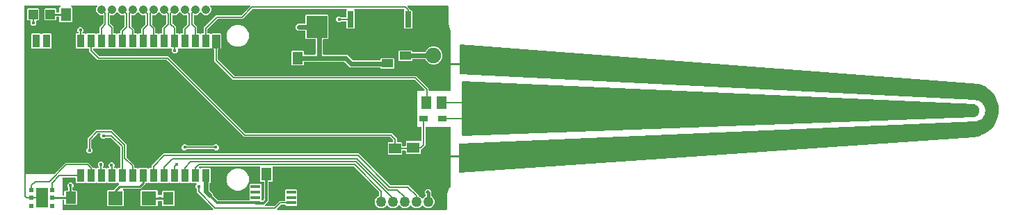
<source format=gbr>
G04 EAGLE Gerber RS-274X export*
G75*
%MOMM*%
%FSLAX34Y34*%
%LPD*%
%INTop Copper*%
%IPPOS*%
%AMOC8*
5,1,8,0,0,1.08239X$1,22.5*%
G01*
%ADD10R,0.940000X1.600000*%
%ADD11C,0.037600*%
%ADD12C,1.905000*%
%ADD13R,0.500000X0.500000*%
%ADD14R,1.450000X2.400000*%
%ADD15R,2.550000X2.700000*%
%ADD16R,1.000000X0.800000*%
%ADD17R,1.300000X1.600000*%
%ADD18R,1.600000X1.300000*%
%ADD19R,1.500000X1.300000*%
%ADD20R,0.508000X0.508000*%
%ADD21R,1.800000X1.700000*%
%ADD22R,1.200000X1.200000*%
%ADD23R,1.300000X1.500000*%
%ADD24C,1.270000*%
%ADD25C,1.050000*%
%ADD26R,0.800000X2.000000*%
%ADD27R,1.200000X0.450000*%
%ADD28R,1.400000X1.000000*%
%ADD29C,0.200000*%
%ADD30C,0.254000*%
%ADD31C,0.203200*%
%ADD32C,0.453200*%
%ADD33C,0.603200*%
%ADD34C,0.406400*%
%ADD35C,0.503200*%
%ADD36C,0.152400*%
%ADD37C,0.609600*%
%ADD38C,0.304800*%

G36*
X521714Y12610D02*
X521714Y12610D01*
X521778Y12609D01*
X521853Y12630D01*
X521929Y12641D01*
X521988Y12667D01*
X522050Y12684D01*
X522116Y12725D01*
X522186Y12757D01*
X522235Y12799D01*
X522290Y12832D01*
X522342Y12890D01*
X522400Y12940D01*
X522436Y12994D01*
X522479Y13042D01*
X522512Y13111D01*
X522555Y13176D01*
X522574Y13238D01*
X522602Y13295D01*
X522613Y13365D01*
X522637Y13446D01*
X522638Y13531D01*
X522649Y13600D01*
X522649Y31476D01*
X525106Y39038D01*
X526808Y41380D01*
X526817Y41396D01*
X526829Y41409D01*
X526883Y41520D01*
X526940Y41630D01*
X526944Y41647D01*
X526952Y41663D01*
X526966Y41752D01*
X526997Y41906D01*
X526995Y41939D01*
X526999Y41968D01*
X526999Y113000D01*
X526990Y113064D01*
X526991Y113128D01*
X526970Y113203D01*
X526959Y113279D01*
X526933Y113338D01*
X526916Y113400D01*
X526875Y113466D01*
X526843Y113536D01*
X526801Y113585D01*
X526768Y113640D01*
X526710Y113692D01*
X526660Y113750D01*
X526606Y113786D01*
X526558Y113829D01*
X526489Y113862D01*
X526424Y113905D01*
X526362Y113924D01*
X526305Y113952D01*
X526235Y113963D01*
X526154Y113987D01*
X526069Y113988D01*
X526000Y113999D01*
X497020Y113999D01*
X496956Y113990D01*
X496892Y113991D01*
X496817Y113970D01*
X496741Y113959D01*
X496682Y113933D01*
X496620Y113916D01*
X496554Y113875D01*
X496484Y113843D01*
X496435Y113801D01*
X496380Y113768D01*
X496328Y113710D01*
X496270Y113660D01*
X496234Y113606D01*
X496191Y113558D01*
X496158Y113489D01*
X496115Y113424D01*
X496096Y113362D01*
X496068Y113305D01*
X496057Y113235D01*
X496033Y113154D01*
X496032Y113069D01*
X496021Y113000D01*
X496021Y90809D01*
X491682Y86471D01*
X491642Y86471D01*
X491567Y86450D01*
X491491Y86439D01*
X491432Y86413D01*
X491370Y86396D01*
X491304Y86355D01*
X491234Y86323D01*
X491185Y86281D01*
X491130Y86248D01*
X491078Y86190D01*
X491020Y86140D01*
X490984Y86086D01*
X490941Y86038D01*
X490908Y85969D01*
X490865Y85904D01*
X490846Y85842D01*
X490818Y85785D01*
X490807Y85715D01*
X490783Y85634D01*
X490782Y85549D01*
X490771Y85480D01*
X490771Y81724D01*
X490026Y80979D01*
X472974Y80979D01*
X472229Y81724D01*
X472229Y84480D01*
X472220Y84544D01*
X472221Y84608D01*
X472200Y84683D01*
X472189Y84759D01*
X472163Y84818D01*
X472146Y84880D01*
X472105Y84946D01*
X472073Y85016D01*
X472031Y85065D01*
X471998Y85120D01*
X471940Y85172D01*
X471890Y85230D01*
X471836Y85266D01*
X471788Y85309D01*
X471719Y85342D01*
X471654Y85385D01*
X471592Y85404D01*
X471535Y85432D01*
X471465Y85443D01*
X471384Y85467D01*
X471299Y85468D01*
X471230Y85479D01*
X468770Y85479D01*
X468706Y85470D01*
X468642Y85471D01*
X468567Y85450D01*
X468491Y85439D01*
X468432Y85413D01*
X468370Y85396D01*
X468304Y85355D01*
X468234Y85323D01*
X468185Y85281D01*
X468130Y85248D01*
X468078Y85190D01*
X468020Y85140D01*
X467984Y85086D01*
X467941Y85038D01*
X467908Y84969D01*
X467865Y84904D01*
X467846Y84842D01*
X467818Y84785D01*
X467807Y84715D01*
X467783Y84634D01*
X467782Y84549D01*
X467771Y84480D01*
X467771Y80724D01*
X467026Y79979D01*
X450974Y79979D01*
X450229Y80724D01*
X450229Y94776D01*
X450974Y95521D01*
X455730Y95521D01*
X455794Y95530D01*
X455858Y95529D01*
X455933Y95550D01*
X456009Y95561D01*
X456068Y95587D01*
X456130Y95604D01*
X456196Y95645D01*
X456266Y95677D01*
X456315Y95719D01*
X456370Y95752D01*
X456422Y95810D01*
X456480Y95860D01*
X456516Y95914D01*
X456559Y95962D01*
X456592Y96031D01*
X456635Y96096D01*
X456654Y96158D01*
X456682Y96215D01*
X456693Y96285D01*
X456717Y96366D01*
X456718Y96451D01*
X456729Y96520D01*
X456729Y97646D01*
X456716Y97740D01*
X456711Y97837D01*
X456696Y97880D01*
X456689Y97925D01*
X456650Y98012D01*
X456618Y98103D01*
X456593Y98138D01*
X456573Y98182D01*
X456490Y98279D01*
X456437Y98352D01*
X453352Y101437D01*
X453275Y101494D01*
X453204Y101559D01*
X453163Y101579D01*
X453127Y101606D01*
X453036Y101640D01*
X452950Y101682D01*
X452908Y101688D01*
X452863Y101705D01*
X452735Y101715D01*
X452646Y101729D01*
X275059Y101729D01*
X181352Y195437D01*
X181275Y195494D01*
X181204Y195559D01*
X181163Y195579D01*
X181127Y195606D01*
X181036Y195640D01*
X180950Y195682D01*
X180908Y195688D01*
X180863Y195705D01*
X180735Y195715D01*
X180646Y195729D01*
X97059Y195729D01*
X86729Y206059D01*
X86729Y208327D01*
X86720Y208391D01*
X86721Y208455D01*
X86700Y208530D01*
X86689Y208607D01*
X86663Y208665D01*
X86646Y208727D01*
X86605Y208793D01*
X86573Y208863D01*
X86531Y208912D01*
X86498Y208967D01*
X86440Y209019D01*
X86390Y209078D01*
X86336Y209113D01*
X86288Y209156D01*
X86219Y209190D01*
X86154Y209232D01*
X86092Y209251D01*
X86035Y209279D01*
X85965Y209290D01*
X85884Y209315D01*
X85799Y209316D01*
X85730Y209327D01*
X83539Y209327D01*
X83122Y209744D01*
X83071Y209782D01*
X83026Y209828D01*
X82959Y209866D01*
X82897Y209913D01*
X82837Y209936D01*
X82781Y209967D01*
X82705Y209985D01*
X82633Y210012D01*
X82569Y210017D01*
X82506Y210032D01*
X82429Y210028D01*
X82352Y210034D01*
X82289Y210021D01*
X82225Y210018D01*
X82151Y209992D01*
X82076Y209977D01*
X82019Y209946D01*
X81958Y209925D01*
X81901Y209884D01*
X81827Y209844D01*
X81766Y209785D01*
X81709Y209744D01*
X81292Y209327D01*
X70839Y209327D01*
X70095Y210071D01*
X70095Y227124D01*
X70839Y227868D01*
X72718Y227868D01*
X72750Y227873D01*
X72782Y227870D01*
X72889Y227892D01*
X72997Y227908D01*
X73026Y227921D01*
X73058Y227928D01*
X73154Y227979D01*
X73254Y228024D01*
X73279Y228045D01*
X73307Y228060D01*
X73385Y228136D01*
X73468Y228207D01*
X73486Y228234D01*
X73509Y228257D01*
X73563Y228352D01*
X73623Y228443D01*
X73632Y228474D01*
X73648Y228502D01*
X73673Y228609D01*
X73705Y228713D01*
X73706Y228745D01*
X73713Y228777D01*
X73707Y228886D01*
X73709Y228995D01*
X73700Y229026D01*
X73699Y229058D01*
X73663Y229161D01*
X73634Y229267D01*
X73617Y229294D01*
X73606Y229325D01*
X73553Y229398D01*
X73486Y229507D01*
X73450Y229539D01*
X73424Y229574D01*
X72463Y230535D01*
X72463Y233465D01*
X74535Y235537D01*
X77465Y235537D01*
X79537Y233465D01*
X79537Y230535D01*
X78576Y229574D01*
X78556Y229548D01*
X78532Y229527D01*
X78472Y229436D01*
X78406Y229348D01*
X78395Y229318D01*
X78377Y229291D01*
X78345Y229187D01*
X78307Y229084D01*
X78304Y229052D01*
X78295Y229021D01*
X78293Y228912D01*
X78285Y228803D01*
X78292Y228772D01*
X78291Y228739D01*
X78320Y228634D01*
X78343Y228527D01*
X78358Y228499D01*
X78366Y228468D01*
X78424Y228375D01*
X78475Y228278D01*
X78498Y228255D01*
X78514Y228228D01*
X78595Y228155D01*
X78672Y228076D01*
X78700Y228060D01*
X78724Y228039D01*
X78822Y227991D01*
X78917Y227937D01*
X78949Y227930D01*
X78978Y227916D01*
X79067Y227902D01*
X79192Y227872D01*
X79240Y227875D01*
X79282Y227868D01*
X81292Y227868D01*
X81709Y227451D01*
X81760Y227412D01*
X81805Y227366D01*
X81873Y227328D01*
X81935Y227282D01*
X81995Y227259D01*
X82051Y227227D01*
X82126Y227209D01*
X82199Y227182D01*
X82263Y227177D01*
X82325Y227162D01*
X82403Y227166D01*
X82480Y227160D01*
X82543Y227173D01*
X82607Y227177D01*
X82680Y227202D01*
X82756Y227218D01*
X82813Y227248D01*
X82873Y227269D01*
X82930Y227311D01*
X83005Y227350D01*
X83066Y227410D01*
X83122Y227451D01*
X83539Y227868D01*
X93992Y227868D01*
X94409Y227451D01*
X94460Y227412D01*
X94505Y227366D01*
X94573Y227328D01*
X94635Y227282D01*
X94695Y227259D01*
X94751Y227227D01*
X94826Y227209D01*
X94899Y227182D01*
X94963Y227177D01*
X95025Y227162D01*
X95103Y227166D01*
X95180Y227160D01*
X95243Y227173D01*
X95307Y227177D01*
X95380Y227202D01*
X95456Y227218D01*
X95513Y227248D01*
X95573Y227269D01*
X95630Y227311D01*
X95705Y227350D01*
X95766Y227410D01*
X95822Y227451D01*
X96239Y227868D01*
X98196Y227868D01*
X98259Y227877D01*
X98324Y227876D01*
X98398Y227897D01*
X98475Y227908D01*
X98533Y227934D01*
X98595Y227951D01*
X98661Y227992D01*
X98732Y228024D01*
X98781Y228066D01*
X98835Y228100D01*
X98887Y228157D01*
X98946Y228207D01*
X98981Y228261D01*
X99024Y228309D01*
X99058Y228379D01*
X99101Y228443D01*
X99119Y228505D01*
X99147Y228563D01*
X99158Y228632D01*
X99183Y228713D01*
X99184Y228798D01*
X99195Y228867D01*
X99195Y235406D01*
X103737Y239948D01*
X103794Y240025D01*
X103859Y240096D01*
X103879Y240137D01*
X103906Y240173D01*
X103940Y240264D01*
X103982Y240350D01*
X103988Y240392D01*
X104005Y240437D01*
X104015Y240565D01*
X104029Y240654D01*
X104029Y249480D01*
X104021Y249539D01*
X104021Y249551D01*
X104020Y249553D01*
X104021Y249608D01*
X104000Y249683D01*
X103989Y249759D01*
X103963Y249818D01*
X103946Y249880D01*
X103905Y249946D01*
X103873Y250016D01*
X103831Y250065D01*
X103798Y250120D01*
X103740Y250172D01*
X103690Y250230D01*
X103636Y250266D01*
X103588Y250309D01*
X103519Y250342D01*
X103454Y250385D01*
X103392Y250404D01*
X103335Y250432D01*
X103265Y250443D01*
X103184Y250467D01*
X103099Y250468D01*
X103030Y250479D01*
X100503Y250479D01*
X98106Y251472D01*
X96272Y253306D01*
X95279Y255703D01*
X95279Y258297D01*
X96272Y260694D01*
X96291Y260719D01*
X96316Y260740D01*
X96376Y260832D01*
X96441Y260919D01*
X96452Y260949D01*
X96470Y260976D01*
X96502Y261081D01*
X96541Y261183D01*
X96543Y261215D01*
X96552Y261246D01*
X96554Y261355D01*
X96562Y261464D01*
X96556Y261496D01*
X96556Y261528D01*
X96527Y261633D01*
X96505Y261740D01*
X96490Y261769D01*
X96481Y261800D01*
X96424Y261893D01*
X96372Y261989D01*
X96350Y262012D01*
X96333Y262040D01*
X96252Y262113D01*
X96176Y262191D01*
X96147Y262207D01*
X96124Y262229D01*
X96025Y262276D01*
X95930Y262330D01*
X95899Y262338D01*
X95870Y262352D01*
X95780Y262366D01*
X95656Y262395D01*
X95607Y262393D01*
X95565Y262399D01*
X65810Y262399D01*
X65778Y262395D01*
X65746Y262397D01*
X65639Y262375D01*
X65531Y262359D01*
X65502Y262346D01*
X65470Y262340D01*
X65374Y262288D01*
X65274Y262243D01*
X65250Y262222D01*
X65221Y262207D01*
X65143Y262131D01*
X65060Y262060D01*
X65042Y262033D01*
X65019Y262010D01*
X64965Y261915D01*
X64905Y261824D01*
X64896Y261793D01*
X64880Y261765D01*
X64855Y261659D01*
X64823Y261554D01*
X64822Y261522D01*
X64815Y261491D01*
X64821Y261381D01*
X64819Y261272D01*
X64828Y261241D01*
X64829Y261209D01*
X64865Y261106D01*
X64894Y261000D01*
X64911Y260973D01*
X64922Y260942D01*
X64975Y260869D01*
X65043Y260760D01*
X65079Y260728D01*
X65104Y260693D01*
X66021Y259776D01*
X66021Y242724D01*
X65276Y241979D01*
X51224Y241979D01*
X50479Y242724D01*
X50479Y247710D01*
X50470Y247774D01*
X50471Y247838D01*
X50450Y247913D01*
X50439Y247989D01*
X50413Y248048D01*
X50396Y248110D01*
X50355Y248176D01*
X50323Y248246D01*
X50281Y248295D01*
X50248Y248350D01*
X50190Y248402D01*
X50140Y248460D01*
X50086Y248496D01*
X50038Y248539D01*
X49969Y248572D01*
X49904Y248615D01*
X49842Y248634D01*
X49785Y248662D01*
X49715Y248673D01*
X49634Y248697D01*
X49549Y248698D01*
X49480Y248709D01*
X47770Y248709D01*
X47706Y248700D01*
X47642Y248701D01*
X47567Y248680D01*
X47491Y248669D01*
X47432Y248643D01*
X47370Y248626D01*
X47304Y248585D01*
X47234Y248553D01*
X47185Y248511D01*
X47130Y248478D01*
X47078Y248420D01*
X47020Y248370D01*
X46984Y248316D01*
X46941Y248268D01*
X46908Y248199D01*
X46865Y248134D01*
X46846Y248072D01*
X46818Y248015D01*
X46807Y247945D01*
X46783Y247864D01*
X46782Y247779D01*
X46771Y247710D01*
X46771Y244724D01*
X46026Y243979D01*
X32974Y243979D01*
X32229Y244724D01*
X32229Y257776D01*
X32974Y258521D01*
X46026Y258521D01*
X46771Y257776D01*
X46771Y254790D01*
X46780Y254726D01*
X46779Y254662D01*
X46800Y254587D01*
X46811Y254511D01*
X46837Y254452D01*
X46854Y254390D01*
X46895Y254324D01*
X46927Y254254D01*
X46969Y254205D01*
X47002Y254150D01*
X47060Y254098D01*
X47110Y254040D01*
X47164Y254004D01*
X47212Y253961D01*
X47281Y253928D01*
X47346Y253885D01*
X47408Y253866D01*
X47465Y253838D01*
X47535Y253827D01*
X47616Y253803D01*
X47701Y253802D01*
X47770Y253791D01*
X49480Y253791D01*
X49544Y253800D01*
X49608Y253799D01*
X49683Y253820D01*
X49759Y253831D01*
X49818Y253857D01*
X49880Y253874D01*
X49946Y253915D01*
X50016Y253947D01*
X50065Y253989D01*
X50120Y254022D01*
X50172Y254080D01*
X50230Y254130D01*
X50266Y254184D01*
X50309Y254232D01*
X50342Y254301D01*
X50385Y254366D01*
X50404Y254428D01*
X50432Y254485D01*
X50443Y254555D01*
X50467Y254636D01*
X50468Y254721D01*
X50479Y254790D01*
X50479Y259776D01*
X51396Y260693D01*
X51416Y260719D01*
X51440Y260740D01*
X51500Y260832D01*
X51566Y260919D01*
X51577Y260949D01*
X51595Y260976D01*
X51627Y261081D01*
X51665Y261183D01*
X51668Y261215D01*
X51677Y261246D01*
X51679Y261355D01*
X51687Y261464D01*
X51680Y261496D01*
X51681Y261528D01*
X51652Y261633D01*
X51629Y261740D01*
X51614Y261769D01*
X51606Y261800D01*
X51548Y261893D01*
X51497Y261989D01*
X51474Y262012D01*
X51457Y262040D01*
X51377Y262113D01*
X51300Y262191D01*
X51272Y262207D01*
X51248Y262229D01*
X51150Y262276D01*
X51055Y262330D01*
X51023Y262338D01*
X50994Y262352D01*
X50905Y262366D01*
X50780Y262395D01*
X50732Y262393D01*
X50690Y262399D01*
X8850Y262399D01*
X8786Y262390D01*
X8722Y262391D01*
X8647Y262370D01*
X8571Y262359D01*
X8512Y262333D01*
X8450Y262316D01*
X8384Y262275D01*
X8314Y262243D01*
X8265Y262201D01*
X8210Y262168D01*
X8158Y262110D01*
X8100Y262060D01*
X8064Y262006D01*
X8021Y261958D01*
X7988Y261889D01*
X7945Y261824D01*
X7926Y261762D01*
X7898Y261705D01*
X7887Y261635D01*
X7863Y261554D01*
X7862Y261469D01*
X7851Y261400D01*
X7851Y57000D01*
X7860Y56936D01*
X7859Y56872D01*
X7880Y56797D01*
X7891Y56721D01*
X7917Y56662D01*
X7934Y56600D01*
X7975Y56534D01*
X8007Y56464D01*
X8049Y56415D01*
X8082Y56360D01*
X8140Y56308D01*
X8190Y56250D01*
X8244Y56214D01*
X8292Y56171D01*
X8361Y56138D01*
X8426Y56095D01*
X8488Y56076D01*
X8545Y56048D01*
X8615Y56037D01*
X8696Y56013D01*
X8781Y56012D01*
X8850Y56001D01*
X43376Y56001D01*
X43470Y56014D01*
X43567Y56019D01*
X43610Y56034D01*
X43655Y56041D01*
X43742Y56080D01*
X43833Y56112D01*
X43868Y56137D01*
X43912Y56157D01*
X44009Y56240D01*
X44082Y56293D01*
X58059Y70271D01*
X85941Y70271D01*
X89414Y66798D01*
X91036Y65175D01*
X91036Y64677D01*
X91045Y64614D01*
X91045Y64549D01*
X91065Y64475D01*
X91076Y64398D01*
X91103Y64340D01*
X91120Y64278D01*
X91161Y64212D01*
X91192Y64141D01*
X91234Y64092D01*
X91268Y64038D01*
X91325Y63986D01*
X91376Y63927D01*
X91430Y63892D01*
X91477Y63849D01*
X91547Y63815D01*
X91612Y63772D01*
X91673Y63754D01*
X91731Y63726D01*
X91800Y63715D01*
X91882Y63690D01*
X91966Y63689D01*
X92036Y63678D01*
X93992Y63678D01*
X94409Y63261D01*
X94460Y63222D01*
X94505Y63176D01*
X94573Y63138D01*
X94635Y63092D01*
X94695Y63069D01*
X94751Y63037D01*
X94826Y63019D01*
X94899Y62992D01*
X94963Y62987D01*
X95025Y62972D01*
X95103Y62976D01*
X95180Y62970D01*
X95243Y62983D01*
X95307Y62987D01*
X95380Y63012D01*
X95456Y63028D01*
X95513Y63058D01*
X95573Y63079D01*
X95630Y63121D01*
X95705Y63160D01*
X95766Y63220D01*
X95822Y63261D01*
X96239Y63678D01*
X97730Y63678D01*
X97794Y63687D01*
X97858Y63686D01*
X97933Y63707D01*
X98009Y63718D01*
X98068Y63744D01*
X98130Y63761D01*
X98196Y63802D01*
X98266Y63834D01*
X98315Y63876D01*
X98370Y63910D01*
X98422Y63967D01*
X98480Y64017D01*
X98516Y64071D01*
X98559Y64119D01*
X98592Y64189D01*
X98635Y64253D01*
X98654Y64315D01*
X98682Y64373D01*
X98693Y64442D01*
X98717Y64523D01*
X98718Y64608D01*
X98729Y64677D01*
X98729Y64855D01*
X98716Y64950D01*
X98711Y65046D01*
X98696Y65089D01*
X98689Y65134D01*
X98650Y65222D01*
X98618Y65313D01*
X98593Y65347D01*
X98573Y65391D01*
X98490Y65489D01*
X98437Y65562D01*
X97463Y66535D01*
X97463Y69465D01*
X99535Y71537D01*
X102465Y71537D01*
X104537Y69465D01*
X104537Y66535D01*
X103563Y65562D01*
X103506Y65485D01*
X103441Y65413D01*
X103421Y65373D01*
X103394Y65336D01*
X103360Y65246D01*
X103318Y65160D01*
X103312Y65118D01*
X103295Y65072D01*
X103285Y64945D01*
X103271Y64855D01*
X103271Y64677D01*
X103280Y64614D01*
X103279Y64549D01*
X103300Y64475D01*
X103311Y64398D01*
X103337Y64340D01*
X103354Y64278D01*
X103395Y64212D01*
X103427Y64141D01*
X103469Y64092D01*
X103502Y64038D01*
X103560Y63986D01*
X103610Y63927D01*
X103664Y63892D01*
X103712Y63849D01*
X103781Y63815D01*
X103846Y63772D01*
X103908Y63754D01*
X103965Y63726D01*
X104035Y63715D01*
X104116Y63690D01*
X104201Y63689D01*
X104270Y63678D01*
X106692Y63678D01*
X107109Y63261D01*
X107160Y63222D01*
X107205Y63176D01*
X107273Y63138D01*
X107335Y63092D01*
X107395Y63069D01*
X107451Y63037D01*
X107526Y63019D01*
X107599Y62992D01*
X107663Y62987D01*
X107725Y62972D01*
X107803Y62976D01*
X107880Y62970D01*
X107942Y62983D01*
X108007Y62987D01*
X108080Y63012D01*
X108156Y63028D01*
X108213Y63058D01*
X108273Y63079D01*
X108330Y63121D01*
X108405Y63160D01*
X108466Y63220D01*
X108522Y63261D01*
X108939Y63678D01*
X109908Y63678D01*
X109940Y63683D01*
X109972Y63680D01*
X110079Y63702D01*
X110187Y63718D01*
X110216Y63731D01*
X110248Y63738D01*
X110345Y63789D01*
X110444Y63834D01*
X110469Y63855D01*
X110497Y63870D01*
X110575Y63946D01*
X110658Y64017D01*
X110676Y64044D01*
X110699Y64067D01*
X110753Y64162D01*
X110813Y64253D01*
X110822Y64284D01*
X110838Y64312D01*
X110863Y64419D01*
X110895Y64523D01*
X110896Y64555D01*
X110903Y64587D01*
X110897Y64696D01*
X110899Y64805D01*
X110890Y64836D01*
X110889Y64868D01*
X110853Y64972D01*
X110824Y65077D01*
X110807Y65104D01*
X110796Y65135D01*
X110743Y65208D01*
X110676Y65317D01*
X110640Y65349D01*
X110614Y65384D01*
X110463Y65535D01*
X110463Y68465D01*
X112535Y70537D01*
X115465Y70537D01*
X117537Y68465D01*
X117537Y65535D01*
X117386Y65384D01*
X117366Y65358D01*
X117342Y65337D01*
X117282Y65246D01*
X117216Y65158D01*
X117205Y65128D01*
X117187Y65101D01*
X117155Y64997D01*
X117117Y64894D01*
X117114Y64862D01*
X117105Y64831D01*
X117103Y64722D01*
X117095Y64613D01*
X117102Y64582D01*
X117101Y64549D01*
X117130Y64444D01*
X117153Y64337D01*
X117168Y64309D01*
X117176Y64278D01*
X117234Y64185D01*
X117285Y64088D01*
X117307Y64065D01*
X117324Y64038D01*
X117406Y63964D01*
X117482Y63886D01*
X117510Y63870D01*
X117534Y63849D01*
X117632Y63801D01*
X117727Y63747D01*
X117758Y63740D01*
X117788Y63726D01*
X117877Y63712D01*
X118002Y63682D01*
X118050Y63685D01*
X118092Y63678D01*
X119392Y63678D01*
X119809Y63261D01*
X119860Y63222D01*
X119905Y63176D01*
X119973Y63138D01*
X120035Y63092D01*
X120095Y63069D01*
X120151Y63037D01*
X120226Y63019D01*
X120299Y62992D01*
X120363Y62987D01*
X120425Y62972D01*
X120503Y62976D01*
X120580Y62970D01*
X120643Y62983D01*
X120707Y62987D01*
X120780Y63012D01*
X120856Y63028D01*
X120913Y63058D01*
X120973Y63079D01*
X121030Y63121D01*
X121105Y63160D01*
X121166Y63220D01*
X121222Y63261D01*
X121639Y63678D01*
X123596Y63678D01*
X123659Y63687D01*
X123724Y63686D01*
X123798Y63707D01*
X123875Y63718D01*
X123933Y63744D01*
X123995Y63761D01*
X124061Y63802D01*
X124132Y63834D01*
X124181Y63876D01*
X124235Y63910D01*
X124287Y63967D01*
X124346Y64017D01*
X124381Y64071D01*
X124424Y64119D01*
X124458Y64189D01*
X124501Y64253D01*
X124519Y64315D01*
X124547Y64373D01*
X124558Y64442D01*
X124583Y64523D01*
X124584Y64608D01*
X124595Y64677D01*
X124595Y88780D01*
X124581Y88875D01*
X124577Y88971D01*
X124562Y89014D01*
X124555Y89059D01*
X124516Y89147D01*
X124484Y89237D01*
X124459Y89272D01*
X124439Y89316D01*
X124356Y89413D01*
X124302Y89486D01*
X113352Y100437D01*
X113275Y100494D01*
X113204Y100559D01*
X113163Y100579D01*
X113127Y100606D01*
X113036Y100640D01*
X112950Y100682D01*
X112908Y100688D01*
X112863Y100705D01*
X112735Y100715D01*
X112646Y100729D01*
X107145Y100729D01*
X107050Y100716D01*
X106954Y100711D01*
X106911Y100696D01*
X106866Y100689D01*
X106778Y100650D01*
X106687Y100618D01*
X106653Y100593D01*
X106609Y100573D01*
X106511Y100490D01*
X106438Y100437D01*
X105465Y99463D01*
X102535Y99463D01*
X100463Y101535D01*
X100463Y104525D01*
X100472Y104549D01*
X100490Y104576D01*
X100522Y104681D01*
X100561Y104783D01*
X100563Y104815D01*
X100572Y104846D01*
X100574Y104955D01*
X100582Y105064D01*
X100576Y105096D01*
X100576Y105128D01*
X100547Y105233D01*
X100525Y105340D01*
X100510Y105369D01*
X100501Y105400D01*
X100444Y105493D01*
X100392Y105589D01*
X100370Y105612D01*
X100353Y105640D01*
X100272Y105713D01*
X100196Y105791D01*
X100168Y105807D01*
X100144Y105829D01*
X100045Y105876D01*
X99950Y105930D01*
X99919Y105938D01*
X99890Y105952D01*
X99800Y105966D01*
X99676Y105995D01*
X99627Y105993D01*
X99585Y105999D01*
X97624Y105999D01*
X97530Y105986D01*
X97433Y105981D01*
X97390Y105966D01*
X97345Y105959D01*
X97258Y105920D01*
X97167Y105888D01*
X97132Y105863D01*
X97088Y105843D01*
X96991Y105760D01*
X96918Y105707D01*
X89563Y98352D01*
X89506Y98275D01*
X89441Y98204D01*
X89421Y98163D01*
X89394Y98127D01*
X89360Y98036D01*
X89318Y97950D01*
X89312Y97908D01*
X89295Y97863D01*
X89285Y97735D01*
X89271Y97646D01*
X89271Y88145D01*
X89284Y88050D01*
X89289Y87954D01*
X89304Y87911D01*
X89311Y87866D01*
X89350Y87778D01*
X89382Y87687D01*
X89407Y87653D01*
X89427Y87609D01*
X89510Y87511D01*
X89563Y87438D01*
X90537Y86465D01*
X90537Y83535D01*
X88465Y81463D01*
X85535Y81463D01*
X83463Y83535D01*
X83463Y86465D01*
X84437Y87438D01*
X84494Y87515D01*
X84559Y87587D01*
X84579Y87627D01*
X84606Y87664D01*
X84640Y87754D01*
X84682Y87840D01*
X84688Y87882D01*
X84705Y87928D01*
X84715Y88055D01*
X84729Y88145D01*
X84729Y99941D01*
X95329Y110541D01*
X114295Y110541D01*
X132406Y92429D01*
X132406Y77219D01*
X132420Y77124D01*
X132425Y77028D01*
X132440Y76985D01*
X132446Y76940D01*
X132486Y76852D01*
X132517Y76761D01*
X132542Y76727D01*
X132562Y76683D01*
X132646Y76585D01*
X132699Y76512D01*
X141836Y67375D01*
X141836Y64677D01*
X141845Y64614D01*
X141845Y64549D01*
X141865Y64475D01*
X141876Y64398D01*
X141903Y64340D01*
X141920Y64278D01*
X141961Y64212D01*
X141992Y64141D01*
X142034Y64092D01*
X142068Y64038D01*
X142125Y63986D01*
X142176Y63927D01*
X142230Y63892D01*
X142277Y63849D01*
X142347Y63815D01*
X142412Y63772D01*
X142473Y63754D01*
X142531Y63726D01*
X142600Y63715D01*
X142682Y63690D01*
X142766Y63689D01*
X142836Y63678D01*
X144792Y63678D01*
X145209Y63261D01*
X145260Y63222D01*
X145305Y63176D01*
X145373Y63138D01*
X145435Y63092D01*
X145495Y63069D01*
X145551Y63037D01*
X145626Y63019D01*
X145699Y62992D01*
X145763Y62987D01*
X145825Y62972D01*
X145903Y62976D01*
X145980Y62970D01*
X146043Y62983D01*
X146107Y62987D01*
X146180Y63012D01*
X146256Y63028D01*
X146313Y63058D01*
X146373Y63079D01*
X146430Y63121D01*
X146505Y63160D01*
X146566Y63220D01*
X146622Y63261D01*
X147039Y63678D01*
X157492Y63678D01*
X157909Y63261D01*
X157960Y63222D01*
X158005Y63176D01*
X158073Y63138D01*
X158135Y63092D01*
X158195Y63069D01*
X158251Y63037D01*
X158326Y63019D01*
X158399Y62992D01*
X158463Y62987D01*
X158525Y62972D01*
X158603Y62976D01*
X158680Y62970D01*
X158743Y62983D01*
X158807Y62987D01*
X158880Y63012D01*
X158956Y63028D01*
X159013Y63058D01*
X159073Y63079D01*
X159130Y63121D01*
X159205Y63160D01*
X159266Y63220D01*
X159322Y63261D01*
X159739Y63678D01*
X161680Y63678D01*
X161743Y63687D01*
X161808Y63686D01*
X161882Y63707D01*
X161959Y63718D01*
X162017Y63744D01*
X162079Y63761D01*
X162145Y63802D01*
X162216Y63834D01*
X162265Y63876D01*
X162319Y63910D01*
X162371Y63967D01*
X162430Y64017D01*
X162465Y64071D01*
X162508Y64119D01*
X162542Y64189D01*
X162585Y64253D01*
X162603Y64315D01*
X162631Y64373D01*
X162642Y64442D01*
X162667Y64523D01*
X162668Y64608D01*
X162679Y64677D01*
X162679Y66913D01*
X177053Y81287D01*
X415005Y81287D01*
X453157Y43135D01*
X453233Y43078D01*
X453305Y43013D01*
X453346Y42993D01*
X453382Y42966D01*
X453472Y42932D01*
X453559Y42890D01*
X453601Y42884D01*
X453646Y42867D01*
X453774Y42857D01*
X453863Y42843D01*
X475391Y42843D01*
X487637Y30597D01*
X487637Y30269D01*
X487638Y30260D01*
X487637Y30250D01*
X487658Y30120D01*
X487677Y29990D01*
X487680Y29981D01*
X487682Y29972D01*
X487739Y29853D01*
X487793Y29733D01*
X487799Y29726D01*
X487803Y29717D01*
X487891Y29619D01*
X487976Y29519D01*
X487984Y29513D01*
X487990Y29506D01*
X488056Y29466D01*
X488212Y29364D01*
X488235Y29357D01*
X488254Y29346D01*
X489667Y28761D01*
X491693Y26734D01*
X491745Y26695D01*
X491790Y26649D01*
X491857Y26611D01*
X491919Y26565D01*
X491979Y26542D01*
X492035Y26510D01*
X492110Y26492D01*
X492183Y26465D01*
X492247Y26460D01*
X492309Y26445D01*
X492387Y26449D01*
X492464Y26443D01*
X492527Y26456D01*
X492591Y26460D01*
X492664Y26485D01*
X492740Y26501D01*
X492797Y26531D01*
X492858Y26552D01*
X492914Y26594D01*
X492989Y26633D01*
X493050Y26693D01*
X493107Y26734D01*
X495283Y28911D01*
X495680Y29075D01*
X495689Y29080D01*
X495698Y29082D01*
X495810Y29152D01*
X495923Y29219D01*
X495930Y29226D01*
X495938Y29231D01*
X496026Y29329D01*
X496116Y29424D01*
X496120Y29433D01*
X496127Y29440D01*
X496184Y29559D01*
X496244Y29676D01*
X496246Y29685D01*
X496250Y29694D01*
X496262Y29770D01*
X496296Y29953D01*
X496294Y29977D01*
X496297Y29998D01*
X496297Y30934D01*
X496284Y31029D01*
X496279Y31125D01*
X496264Y31168D01*
X496257Y31213D01*
X496218Y31300D01*
X496186Y31391D01*
X496161Y31426D01*
X496141Y31470D01*
X496058Y31567D01*
X496005Y31640D01*
X495213Y32431D01*
X495213Y35569D01*
X497431Y37787D01*
X500569Y37787D01*
X502787Y35569D01*
X502787Y35298D01*
X502800Y35203D01*
X502805Y35107D01*
X502820Y35064D01*
X502827Y35019D01*
X502866Y34931D01*
X502898Y34840D01*
X502903Y34833D01*
X502903Y29998D01*
X502904Y29989D01*
X502903Y29979D01*
X502924Y29848D01*
X502943Y29719D01*
X502946Y29710D01*
X502948Y29701D01*
X503005Y29582D01*
X503059Y29462D01*
X503065Y29455D01*
X503069Y29446D01*
X503157Y29348D01*
X503242Y29248D01*
X503250Y29243D01*
X503256Y29236D01*
X503322Y29196D01*
X503478Y29093D01*
X503501Y29086D01*
X503520Y29075D01*
X503917Y28911D01*
X506061Y26767D01*
X507221Y23966D01*
X507221Y20934D01*
X506061Y18133D01*
X503917Y15989D01*
X501116Y14829D01*
X498084Y14829D01*
X495283Y15989D01*
X493257Y18016D01*
X493205Y18055D01*
X493160Y18101D01*
X493093Y18139D01*
X493031Y18185D01*
X492971Y18208D01*
X492915Y18240D01*
X492840Y18258D01*
X492767Y18285D01*
X492703Y18290D01*
X492640Y18305D01*
X492563Y18301D01*
X492486Y18307D01*
X492423Y18294D01*
X492359Y18290D01*
X492286Y18265D01*
X492210Y18249D01*
X492153Y18219D01*
X492092Y18198D01*
X492036Y18156D01*
X491961Y18117D01*
X491900Y18057D01*
X491843Y18016D01*
X489667Y15839D01*
X486866Y14679D01*
X483834Y14679D01*
X481033Y15839D01*
X478832Y18041D01*
X478780Y18080D01*
X478735Y18126D01*
X478668Y18164D01*
X478606Y18210D01*
X478546Y18233D01*
X478490Y18265D01*
X478415Y18283D01*
X478342Y18310D01*
X478278Y18315D01*
X478215Y18330D01*
X478138Y18326D01*
X478061Y18332D01*
X477998Y18319D01*
X477934Y18315D01*
X477861Y18290D01*
X477785Y18274D01*
X477728Y18244D01*
X477667Y18223D01*
X477611Y18181D01*
X477536Y18142D01*
X477475Y18082D01*
X477418Y18041D01*
X475367Y15989D01*
X472566Y14829D01*
X469534Y14829D01*
X466733Y15989D01*
X464607Y18116D01*
X464555Y18155D01*
X464510Y18201D01*
X464443Y18239D01*
X464381Y18285D01*
X464321Y18308D01*
X464265Y18340D01*
X464190Y18358D01*
X464117Y18385D01*
X464053Y18390D01*
X463990Y18405D01*
X463913Y18401D01*
X463836Y18407D01*
X463773Y18394D01*
X463709Y18390D01*
X463636Y18365D01*
X463560Y18349D01*
X463503Y18319D01*
X463442Y18298D01*
X463386Y18256D01*
X463311Y18217D01*
X463250Y18157D01*
X463193Y18116D01*
X461017Y15939D01*
X458216Y14779D01*
X455184Y14779D01*
X452383Y15939D01*
X450170Y18152D01*
X450162Y18167D01*
X450075Y18248D01*
X449993Y18333D01*
X449973Y18344D01*
X449956Y18360D01*
X449850Y18413D01*
X449747Y18472D01*
X449725Y18477D01*
X449705Y18487D01*
X449588Y18510D01*
X449473Y18537D01*
X449450Y18536D01*
X449428Y18540D01*
X449309Y18529D01*
X449191Y18522D01*
X449170Y18515D01*
X449147Y18513D01*
X449037Y18469D01*
X448925Y18430D01*
X448907Y18417D01*
X448885Y18408D01*
X448738Y18294D01*
X448676Y18248D01*
X446467Y16039D01*
X443666Y14879D01*
X440634Y14879D01*
X437833Y16039D01*
X435689Y18183D01*
X434529Y20984D01*
X434529Y24016D01*
X435689Y26817D01*
X437833Y28961D01*
X439246Y29546D01*
X439255Y29551D01*
X439264Y29553D01*
X439376Y29623D01*
X439489Y29690D01*
X439496Y29696D01*
X439504Y29701D01*
X439592Y29800D01*
X439682Y29895D01*
X439686Y29904D01*
X439693Y29911D01*
X439750Y30030D01*
X439810Y30147D01*
X439812Y30156D01*
X439816Y30165D01*
X439828Y30241D01*
X439862Y30424D01*
X439860Y30448D01*
X439863Y30469D01*
X439863Y34139D01*
X439850Y34234D01*
X439845Y34330D01*
X439830Y34373D01*
X439823Y34418D01*
X439784Y34506D01*
X439752Y34596D01*
X439727Y34631D01*
X439707Y34675D01*
X439624Y34772D01*
X439571Y34845D01*
X408995Y65421D01*
X408919Y65478D01*
X408847Y65543D01*
X408806Y65563D01*
X408770Y65590D01*
X408680Y65624D01*
X408593Y65666D01*
X408551Y65672D01*
X408506Y65689D01*
X408378Y65699D01*
X408289Y65713D01*
X310996Y65713D01*
X310964Y65709D01*
X310932Y65711D01*
X310825Y65689D01*
X310717Y65673D01*
X310688Y65660D01*
X310656Y65654D01*
X310559Y65602D01*
X310460Y65557D01*
X310436Y65536D01*
X310407Y65521D01*
X310329Y65445D01*
X310246Y65374D01*
X310228Y65347D01*
X310205Y65324D01*
X310151Y65229D01*
X310091Y65138D01*
X310082Y65107D01*
X310066Y65079D01*
X310041Y64973D01*
X310009Y64868D01*
X310008Y64836D01*
X310001Y64804D01*
X310007Y64695D01*
X310005Y64586D01*
X310014Y64555D01*
X310015Y64523D01*
X310051Y64420D01*
X310080Y64314D01*
X310097Y64287D01*
X310108Y64256D01*
X310161Y64183D01*
X310229Y64074D01*
X310265Y64042D01*
X310271Y64033D01*
X310271Y47974D01*
X309526Y47229D01*
X306294Y47229D01*
X306230Y47220D01*
X306166Y47221D01*
X306091Y47200D01*
X306015Y47189D01*
X305956Y47163D01*
X305894Y47146D01*
X305828Y47105D01*
X305758Y47073D01*
X305709Y47031D01*
X305654Y46998D01*
X305602Y46940D01*
X305544Y46890D01*
X305508Y46836D01*
X305465Y46788D01*
X305432Y46719D01*
X305389Y46654D01*
X305370Y46592D01*
X305342Y46535D01*
X305331Y46465D01*
X305307Y46384D01*
X305306Y46299D01*
X305295Y46230D01*
X305295Y23342D01*
X302088Y20135D01*
X302087Y20135D01*
X300929Y18977D01*
X300910Y18951D01*
X300885Y18930D01*
X300825Y18838D01*
X300760Y18751D01*
X300748Y18721D01*
X300731Y18694D01*
X300699Y18589D01*
X300660Y18487D01*
X300658Y18455D01*
X300648Y18424D01*
X300647Y18315D01*
X300638Y18206D01*
X300645Y18174D01*
X300644Y18142D01*
X300674Y18037D01*
X300696Y17930D01*
X300711Y17901D01*
X300720Y17870D01*
X300777Y17777D01*
X300828Y17681D01*
X300851Y17658D01*
X300868Y17630D01*
X300949Y17557D01*
X301025Y17479D01*
X301053Y17463D01*
X301077Y17441D01*
X301175Y17394D01*
X301270Y17340D01*
X301302Y17332D01*
X301331Y17318D01*
X301420Y17304D01*
X301545Y17275D01*
X301593Y17277D01*
X301635Y17271D01*
X311646Y17271D01*
X311740Y17284D01*
X311837Y17289D01*
X311880Y17304D01*
X311925Y17311D01*
X312012Y17350D01*
X312103Y17382D01*
X312138Y17407D01*
X312182Y17427D01*
X312279Y17510D01*
X312352Y17563D01*
X318309Y23521D01*
X324520Y23521D01*
X324552Y23525D01*
X324584Y23523D01*
X324691Y23545D01*
X324799Y23561D01*
X324829Y23574D01*
X324860Y23581D01*
X324957Y23632D01*
X325056Y23677D01*
X325081Y23698D01*
X325109Y23713D01*
X325187Y23789D01*
X325270Y23860D01*
X325288Y23887D01*
X325311Y23910D01*
X325365Y24005D01*
X325425Y24096D01*
X325434Y24127D01*
X325450Y24155D01*
X325475Y24261D01*
X325507Y24366D01*
X325508Y24398D01*
X325515Y24430D01*
X325509Y24539D01*
X325511Y24648D01*
X325502Y24679D01*
X325501Y24712D01*
X325479Y24773D01*
X325479Y30674D01*
X325488Y30710D01*
X325515Y30783D01*
X325520Y30847D01*
X325535Y30909D01*
X325531Y30987D01*
X325537Y31064D01*
X325524Y31127D01*
X325521Y31191D01*
X325495Y31264D01*
X325479Y31340D01*
X325479Y37026D01*
X326224Y37771D01*
X339276Y37771D01*
X340021Y37026D01*
X340021Y31326D01*
X340012Y31289D01*
X339985Y31217D01*
X339980Y31153D01*
X339965Y31090D01*
X339969Y31013D01*
X339963Y30936D01*
X339976Y30873D01*
X339979Y30809D01*
X340005Y30735D01*
X340021Y30660D01*
X340021Y24826D01*
X340012Y24789D01*
X339985Y24717D01*
X339980Y24653D01*
X339965Y24590D01*
X339969Y24513D01*
X339963Y24436D01*
X339976Y24373D01*
X339979Y24309D01*
X340005Y24235D01*
X340021Y24160D01*
X340021Y18474D01*
X339276Y17729D01*
X326224Y17729D01*
X325266Y18687D01*
X325190Y18744D01*
X325118Y18809D01*
X325077Y18829D01*
X325041Y18856D01*
X324951Y18890D01*
X324864Y18932D01*
X324822Y18938D01*
X324777Y18955D01*
X324649Y18965D01*
X324560Y18979D01*
X320604Y18979D01*
X320510Y18966D01*
X320413Y18961D01*
X320370Y18946D01*
X320325Y18939D01*
X320238Y18900D01*
X320147Y18868D01*
X320113Y18843D01*
X320068Y18823D01*
X319971Y18740D01*
X319898Y18687D01*
X315518Y14307D01*
X315498Y14281D01*
X315474Y14260D01*
X315414Y14168D01*
X315349Y14081D01*
X315337Y14051D01*
X315320Y14024D01*
X315288Y13919D01*
X315249Y13817D01*
X315247Y13785D01*
X315237Y13754D01*
X315236Y13645D01*
X315227Y13536D01*
X315234Y13504D01*
X315233Y13472D01*
X315263Y13367D01*
X315285Y13260D01*
X315300Y13231D01*
X315309Y13200D01*
X315366Y13107D01*
X315417Y13011D01*
X315440Y12988D01*
X315457Y12960D01*
X315538Y12887D01*
X315614Y12809D01*
X315642Y12793D01*
X315666Y12771D01*
X315764Y12724D01*
X315859Y12670D01*
X315891Y12662D01*
X315920Y12648D01*
X316009Y12634D01*
X316134Y12605D01*
X316182Y12607D01*
X316224Y12601D01*
X521650Y12601D01*
X521714Y12610D01*
G37*
G36*
X537795Y58103D02*
X537795Y58103D01*
X537803Y58102D01*
X1163278Y101366D01*
X1163298Y101371D01*
X1163331Y101372D01*
X1167817Y101998D01*
X1167848Y102008D01*
X1167921Y102020D01*
X1172276Y103264D01*
X1172305Y103277D01*
X1172376Y103300D01*
X1176516Y105136D01*
X1176543Y105154D01*
X1176610Y105186D01*
X1180455Y107579D01*
X1180480Y107601D01*
X1180541Y107641D01*
X1184017Y110546D01*
X1184038Y110570D01*
X1184093Y110619D01*
X1187132Y113978D01*
X1187149Y114006D01*
X1187197Y114062D01*
X1187675Y114766D01*
X1188191Y115527D01*
X1188707Y116289D01*
X1188708Y116289D01*
X1189740Y117810D01*
X1189753Y117840D01*
X1189793Y117902D01*
X1191790Y121967D01*
X1191799Y121998D01*
X1191830Y122066D01*
X1193243Y126369D01*
X1193247Y126392D01*
X1193254Y126408D01*
X1193257Y126429D01*
X1193269Y126472D01*
X1194071Y130930D01*
X1194071Y130962D01*
X1194082Y131035D01*
X1194257Y135561D01*
X1194253Y135593D01*
X1194254Y135667D01*
X1193798Y140174D01*
X1193790Y140205D01*
X1193780Y140278D01*
X1192703Y144678D01*
X1192691Y144707D01*
X1192671Y144778D01*
X1190993Y148986D01*
X1190976Y149014D01*
X1190947Y149081D01*
X1188701Y153015D01*
X1188681Y153040D01*
X1188643Y153103D01*
X1185872Y156686D01*
X1185848Y156708D01*
X1185802Y156765D01*
X1182560Y159929D01*
X1182534Y159948D01*
X1182479Y159998D01*
X1178830Y162681D01*
X1178801Y162696D01*
X1178741Y162738D01*
X1174754Y164888D01*
X1174723Y164898D01*
X1174657Y164931D01*
X1170411Y166507D01*
X1170389Y166511D01*
X1170369Y166521D01*
X1170204Y166552D01*
X539058Y214816D01*
X539009Y214812D01*
X538961Y214818D01*
X538887Y214802D01*
X538813Y214795D01*
X538768Y214776D01*
X538720Y214765D01*
X538656Y214727D01*
X538587Y214697D01*
X538551Y214664D01*
X538509Y214639D01*
X538461Y214582D01*
X538405Y214532D01*
X538381Y214489D01*
X538349Y214452D01*
X538321Y214383D01*
X538285Y214318D01*
X538276Y214270D01*
X538257Y214224D01*
X538243Y214100D01*
X538239Y214076D01*
X538240Y214069D01*
X538239Y214057D01*
X538239Y178750D01*
X538239Y178749D01*
X538239Y178748D01*
X538260Y178623D01*
X538279Y178507D01*
X538279Y178506D01*
X538340Y178391D01*
X538394Y178290D01*
X538394Y178289D01*
X538486Y178202D01*
X538572Y178121D01*
X538573Y178120D01*
X538682Y178069D01*
X538795Y178017D01*
X538796Y178017D01*
X538796Y178016D01*
X538962Y177990D01*
X1165179Y146741D01*
X1167456Y146428D01*
X1169612Y145737D01*
X1171617Y144683D01*
X1173410Y143300D01*
X1174936Y141627D01*
X1176151Y139715D01*
X1177018Y137623D01*
X1177510Y135412D01*
X1177613Y133150D01*
X1177323Y130904D01*
X1176650Y128741D01*
X1175614Y126728D01*
X1174245Y124924D01*
X1172585Y123383D01*
X1170684Y122152D01*
X1168599Y121267D01*
X1166397Y120757D01*
X537717Y93261D01*
X537714Y93260D01*
X537711Y93260D01*
X537594Y93235D01*
X537476Y93210D01*
X537473Y93209D01*
X537470Y93208D01*
X537366Y93146D01*
X537264Y93086D01*
X537262Y93083D01*
X537259Y93082D01*
X537180Y92990D01*
X537102Y92900D01*
X537101Y92897D01*
X537099Y92895D01*
X537054Y92782D01*
X537009Y92673D01*
X537008Y92670D01*
X537007Y92667D01*
X536989Y92500D01*
X536989Y58862D01*
X536996Y58816D01*
X536994Y58770D01*
X537016Y58695D01*
X537029Y58619D01*
X537050Y58578D01*
X537063Y58534D01*
X537107Y58470D01*
X537144Y58402D01*
X537177Y58370D01*
X537204Y58332D01*
X537266Y58286D01*
X537322Y58232D01*
X537364Y58213D01*
X537401Y58185D01*
X537475Y58161D01*
X537545Y58129D01*
X537591Y58123D01*
X537635Y58109D01*
X537770Y58104D01*
X537789Y58101D01*
X537795Y58103D01*
G37*
G36*
X1162965Y125611D02*
X1162965Y125611D01*
X1162992Y125617D01*
X1163044Y125618D01*
X1164549Y125832D01*
X1164563Y125836D01*
X1164675Y125863D01*
X1164691Y125866D01*
X1164695Y125868D01*
X1164703Y125870D01*
X1166131Y126391D01*
X1166143Y126398D01*
X1166273Y126461D01*
X1167562Y127267D01*
X1167573Y127276D01*
X1167687Y127365D01*
X1168780Y128420D01*
X1168789Y128432D01*
X1168882Y128542D01*
X1169732Y129801D01*
X1169739Y129815D01*
X1169807Y129942D01*
X1170378Y131350D01*
X1170381Y131364D01*
X1170421Y131503D01*
X1170687Y132999D01*
X1170687Y133013D01*
X1170699Y133157D01*
X1170648Y134676D01*
X1170645Y134691D01*
X1170626Y134834D01*
X1170262Y136309D01*
X1170256Y136322D01*
X1170208Y136458D01*
X1169545Y137826D01*
X1169537Y137838D01*
X1169461Y137961D01*
X1168529Y139161D01*
X1168519Y139171D01*
X1168419Y139276D01*
X1167259Y140257D01*
X1167246Y140264D01*
X1167127Y140346D01*
X1165788Y141064D01*
X1165774Y141069D01*
X1165641Y141124D01*
X1164182Y141550D01*
X1164175Y141550D01*
X1164169Y141553D01*
X1164003Y141579D01*
X541534Y169511D01*
X541497Y169506D01*
X541461Y169510D01*
X541376Y169492D01*
X541290Y169482D01*
X541256Y169466D01*
X541220Y169458D01*
X541146Y169413D01*
X541068Y169376D01*
X541041Y169351D01*
X541009Y169332D01*
X540953Y169266D01*
X540890Y169206D01*
X540873Y169173D01*
X540849Y169145D01*
X540817Y169064D01*
X540777Y168988D01*
X540771Y168951D01*
X540757Y168917D01*
X540739Y168750D01*
X540739Y103750D01*
X540744Y103717D01*
X540742Y103683D01*
X540764Y103596D01*
X540779Y103507D01*
X540794Y103477D01*
X540803Y103445D01*
X540852Y103369D01*
X540894Y103290D01*
X540918Y103267D01*
X540936Y103238D01*
X541007Y103182D01*
X541072Y103121D01*
X541103Y103106D01*
X541129Y103085D01*
X541214Y103055D01*
X541295Y103017D01*
X541329Y103013D01*
X541360Y103002D01*
X541528Y102989D01*
X1162965Y125611D01*
G37*
G36*
X526064Y158010D02*
X526064Y158010D01*
X526128Y158009D01*
X526203Y158030D01*
X526279Y158041D01*
X526338Y158067D01*
X526400Y158084D01*
X526466Y158125D01*
X526536Y158157D01*
X526585Y158199D01*
X526640Y158232D01*
X526692Y158290D01*
X526750Y158340D01*
X526786Y158394D01*
X526829Y158442D01*
X526862Y158511D01*
X526905Y158576D01*
X526924Y158638D01*
X526952Y158695D01*
X526963Y158765D01*
X526987Y158846D01*
X526988Y158931D01*
X526999Y159000D01*
X526999Y231815D01*
X526997Y231833D01*
X526999Y231851D01*
X526977Y231972D01*
X526959Y232094D01*
X526952Y232111D01*
X526949Y232128D01*
X526908Y232208D01*
X526843Y232351D01*
X526822Y232376D01*
X526808Y232402D01*
X526112Y233362D01*
X523899Y240170D01*
X523899Y261400D01*
X523890Y261464D01*
X523891Y261528D01*
X523870Y261603D01*
X523859Y261679D01*
X523833Y261738D01*
X523816Y261800D01*
X523775Y261866D01*
X523743Y261936D01*
X523701Y261985D01*
X523668Y262040D01*
X523610Y262092D01*
X523560Y262150D01*
X523506Y262186D01*
X523458Y262229D01*
X523389Y262262D01*
X523324Y262305D01*
X523262Y262324D01*
X523205Y262352D01*
X523135Y262363D01*
X523054Y262387D01*
X522969Y262388D01*
X522900Y262399D01*
X475224Y262399D01*
X475192Y262395D01*
X475160Y262397D01*
X475053Y262375D01*
X474945Y262359D01*
X474916Y262346D01*
X474884Y262340D01*
X474788Y262288D01*
X474688Y262243D01*
X474664Y262222D01*
X474635Y262207D01*
X474557Y262131D01*
X474474Y262060D01*
X474456Y262033D01*
X474433Y262010D01*
X474379Y261915D01*
X474320Y261824D01*
X474310Y261793D01*
X474294Y261765D01*
X474269Y261659D01*
X474237Y261554D01*
X474237Y261522D01*
X474229Y261491D01*
X474235Y261381D01*
X474233Y261272D01*
X474242Y261241D01*
X474244Y261209D01*
X474279Y261106D01*
X474309Y261000D01*
X474326Y260973D01*
X474336Y260942D01*
X474389Y260869D01*
X474457Y260760D01*
X474493Y260728D01*
X474518Y260693D01*
X477271Y257941D01*
X477271Y257270D01*
X477280Y257206D01*
X477279Y257142D01*
X477300Y257067D01*
X477311Y256991D01*
X477337Y256932D01*
X477354Y256870D01*
X477395Y256804D01*
X477427Y256734D01*
X477469Y256685D01*
X477502Y256630D01*
X477560Y256578D01*
X477610Y256520D01*
X477664Y256484D01*
X477712Y256441D01*
X477781Y256408D01*
X477846Y256365D01*
X477908Y256346D01*
X477965Y256318D01*
X478035Y256307D01*
X478116Y256283D01*
X478201Y256282D01*
X478270Y256271D01*
X479526Y256271D01*
X480271Y255526D01*
X480271Y234474D01*
X479526Y233729D01*
X470474Y233729D01*
X469729Y234474D01*
X469729Y255526D01*
X470226Y256023D01*
X470246Y256049D01*
X470270Y256070D01*
X470330Y256162D01*
X470396Y256249D01*
X470407Y256279D01*
X470425Y256306D01*
X470457Y256411D01*
X470495Y256513D01*
X470498Y256545D01*
X470507Y256576D01*
X470509Y256685D01*
X470517Y256794D01*
X470510Y256826D01*
X470511Y256858D01*
X470482Y256963D01*
X470459Y257070D01*
X470444Y257099D01*
X470436Y257130D01*
X470378Y257223D01*
X470327Y257319D01*
X470304Y257342D01*
X470287Y257370D01*
X470206Y257443D01*
X470130Y257521D01*
X470102Y257537D01*
X470078Y257559D01*
X469980Y257606D01*
X469885Y257660D01*
X469853Y257668D01*
X469824Y257682D01*
X469735Y257696D01*
X469610Y257725D01*
X469562Y257723D01*
X469520Y257729D01*
X410480Y257729D01*
X410448Y257725D01*
X410416Y257727D01*
X410309Y257705D01*
X410201Y257689D01*
X410172Y257676D01*
X410140Y257670D01*
X410044Y257618D01*
X409944Y257573D01*
X409920Y257552D01*
X409891Y257537D01*
X409813Y257461D01*
X409730Y257390D01*
X409712Y257363D01*
X409689Y257340D01*
X409635Y257245D01*
X409575Y257154D01*
X409566Y257123D01*
X409550Y257095D01*
X409525Y256989D01*
X409493Y256884D01*
X409492Y256852D01*
X409485Y256821D01*
X409491Y256711D01*
X409489Y256602D01*
X409498Y256571D01*
X409499Y256539D01*
X409535Y256436D01*
X409564Y256330D01*
X409581Y256303D01*
X409592Y256272D01*
X409645Y256199D01*
X409713Y256090D01*
X409749Y256058D01*
X409774Y256023D01*
X410271Y255526D01*
X410271Y234474D01*
X409526Y233729D01*
X400474Y233729D01*
X399729Y234474D01*
X399729Y241730D01*
X399720Y241794D01*
X399721Y241858D01*
X399700Y241933D01*
X399689Y242009D01*
X399663Y242068D01*
X399646Y242130D01*
X399605Y242196D01*
X399573Y242266D01*
X399531Y242315D01*
X399498Y242370D01*
X399440Y242422D01*
X399390Y242480D01*
X399336Y242516D01*
X399288Y242559D01*
X399219Y242592D01*
X399154Y242635D01*
X399092Y242654D01*
X399035Y242682D01*
X398965Y242693D01*
X398884Y242717D01*
X398799Y242718D01*
X398730Y242729D01*
X394145Y242729D01*
X394050Y242716D01*
X393954Y242711D01*
X393911Y242696D01*
X393866Y242689D01*
X393778Y242650D01*
X393687Y242618D01*
X393653Y242593D01*
X393609Y242573D01*
X393511Y242490D01*
X393438Y242437D01*
X392465Y241463D01*
X389535Y241463D01*
X387463Y243535D01*
X387463Y246465D01*
X389535Y248537D01*
X392465Y248537D01*
X393438Y247563D01*
X393515Y247506D01*
X393587Y247441D01*
X393627Y247421D01*
X393664Y247394D01*
X393754Y247360D01*
X393840Y247318D01*
X393882Y247312D01*
X393928Y247295D01*
X394055Y247285D01*
X394145Y247271D01*
X398730Y247271D01*
X398794Y247280D01*
X398858Y247279D01*
X398933Y247300D01*
X399009Y247311D01*
X399068Y247337D01*
X399130Y247354D01*
X399196Y247395D01*
X399266Y247427D01*
X399315Y247469D01*
X399370Y247502D01*
X399422Y247560D01*
X399480Y247610D01*
X399516Y247664D01*
X399559Y247712D01*
X399592Y247781D01*
X399635Y247846D01*
X399654Y247908D01*
X399682Y247965D01*
X399693Y248035D01*
X399717Y248116D01*
X399718Y248201D01*
X399729Y248270D01*
X399729Y255526D01*
X400226Y256023D01*
X400246Y256049D01*
X400270Y256070D01*
X400330Y256162D01*
X400396Y256249D01*
X400407Y256279D01*
X400425Y256306D01*
X400457Y256411D01*
X400495Y256513D01*
X400498Y256545D01*
X400507Y256576D01*
X400509Y256685D01*
X400517Y256794D01*
X400510Y256826D01*
X400511Y256858D01*
X400482Y256963D01*
X400459Y257070D01*
X400444Y257099D01*
X400436Y257130D01*
X400378Y257223D01*
X400327Y257319D01*
X400304Y257342D01*
X400287Y257370D01*
X400206Y257443D01*
X400130Y257521D01*
X400102Y257537D01*
X400078Y257559D01*
X399980Y257606D01*
X399885Y257660D01*
X399853Y257668D01*
X399824Y257682D01*
X399735Y257696D01*
X399610Y257725D01*
X399562Y257723D01*
X399520Y257729D01*
X286354Y257729D01*
X286260Y257716D01*
X286163Y257711D01*
X286120Y257696D01*
X286075Y257689D01*
X285988Y257650D01*
X285897Y257618D01*
X285862Y257593D01*
X285818Y257573D01*
X285721Y257490D01*
X285648Y257437D01*
X273941Y245729D01*
X243354Y245729D01*
X243260Y245716D01*
X243163Y245711D01*
X243120Y245696D01*
X243075Y245689D01*
X242988Y245650D01*
X242897Y245618D01*
X242862Y245593D01*
X242818Y245573D01*
X242721Y245490D01*
X242648Y245437D01*
X231029Y233818D01*
X230971Y233741D01*
X230907Y233670D01*
X230887Y233629D01*
X230860Y233592D01*
X230826Y233502D01*
X230784Y233416D01*
X230777Y233374D01*
X230760Y233328D01*
X230750Y233201D01*
X230736Y233111D01*
X230736Y228867D01*
X230745Y228804D01*
X230745Y228739D01*
X230765Y228665D01*
X230776Y228588D01*
X230803Y228530D01*
X230820Y228468D01*
X230861Y228402D01*
X230892Y228331D01*
X230934Y228282D01*
X230968Y228228D01*
X231025Y228176D01*
X231076Y228117D01*
X231130Y228082D01*
X231177Y228039D01*
X231247Y228005D01*
X231312Y227962D01*
X231373Y227944D01*
X231431Y227916D01*
X231500Y227905D01*
X231582Y227880D01*
X231666Y227879D01*
X231736Y227868D01*
X233692Y227868D01*
X234164Y227396D01*
X234216Y227357D01*
X234260Y227311D01*
X234328Y227273D01*
X234390Y227227D01*
X234450Y227204D01*
X234506Y227172D01*
X234581Y227154D01*
X234654Y227127D01*
X234718Y227122D01*
X234780Y227107D01*
X234858Y227111D01*
X234935Y227105D01*
X234998Y227118D01*
X235062Y227122D01*
X235135Y227147D01*
X235211Y227163D01*
X235268Y227193D01*
X235328Y227214D01*
X235385Y227256D01*
X235460Y227295D01*
X235521Y227354D01*
X235577Y227396D01*
X236049Y227868D01*
X246282Y227868D01*
X247136Y227014D01*
X247136Y210181D01*
X246282Y209327D01*
X244436Y209327D01*
X244372Y209317D01*
X244308Y209318D01*
X244233Y209298D01*
X244156Y209287D01*
X244098Y209260D01*
X244036Y209243D01*
X243970Y209202D01*
X243900Y209171D01*
X243851Y209129D01*
X243796Y209095D01*
X243744Y209037D01*
X243685Y208987D01*
X243650Y208933D01*
X243607Y208886D01*
X243573Y208816D01*
X243531Y208751D01*
X243512Y208690D01*
X243484Y208632D01*
X243473Y208562D01*
X243448Y208481D01*
X243447Y208397D01*
X243436Y208327D01*
X243436Y196689D01*
X243450Y196594D01*
X243455Y196498D01*
X243470Y196455D01*
X243476Y196410D01*
X243516Y196322D01*
X243547Y196231D01*
X243572Y196197D01*
X243592Y196153D01*
X243676Y196055D01*
X243729Y195982D01*
X263398Y176313D01*
X263475Y176256D01*
X263546Y176191D01*
X263587Y176171D01*
X263623Y176144D01*
X263714Y176110D01*
X263800Y176068D01*
X263842Y176062D01*
X263887Y176045D01*
X264015Y176035D01*
X264104Y176021D01*
X484941Y176021D01*
X500021Y160941D01*
X500021Y159000D01*
X500030Y158936D01*
X500029Y158872D01*
X500050Y158797D01*
X500061Y158721D01*
X500087Y158662D01*
X500104Y158600D01*
X500145Y158534D01*
X500177Y158464D01*
X500219Y158415D01*
X500252Y158360D01*
X500310Y158308D01*
X500360Y158250D01*
X500414Y158214D01*
X500462Y158171D01*
X500531Y158138D01*
X500596Y158095D01*
X500658Y158076D01*
X500715Y158048D01*
X500785Y158037D01*
X500866Y158013D01*
X500951Y158012D01*
X501020Y158001D01*
X526000Y158001D01*
X526064Y158010D01*
G37*
G36*
X471294Y90030D02*
X471294Y90030D01*
X471358Y90029D01*
X471433Y90050D01*
X471509Y90061D01*
X471568Y90087D01*
X471630Y90104D01*
X471696Y90145D01*
X471766Y90177D01*
X471815Y90219D01*
X471870Y90252D01*
X471922Y90310D01*
X471980Y90360D01*
X472016Y90414D01*
X472059Y90462D01*
X472092Y90531D01*
X472135Y90596D01*
X472154Y90658D01*
X472182Y90715D01*
X472193Y90785D01*
X472217Y90866D01*
X472218Y90951D01*
X472229Y91020D01*
X472229Y95776D01*
X472974Y96521D01*
X490221Y96521D01*
X490263Y96505D01*
X490295Y96502D01*
X490326Y96493D01*
X490435Y96491D01*
X490544Y96483D01*
X490575Y96490D01*
X490608Y96489D01*
X490713Y96518D01*
X490820Y96540D01*
X490848Y96556D01*
X490880Y96564D01*
X490973Y96622D01*
X491069Y96673D01*
X491092Y96695D01*
X491120Y96713D01*
X491193Y96794D01*
X491271Y96870D01*
X491287Y96898D01*
X491309Y96922D01*
X491356Y97020D01*
X491410Y97115D01*
X491418Y97146D01*
X491432Y97176D01*
X491446Y97265D01*
X491475Y97389D01*
X491473Y97438D01*
X491479Y97480D01*
X491479Y113000D01*
X491470Y113064D01*
X491471Y113128D01*
X491450Y113203D01*
X491439Y113279D01*
X491413Y113338D01*
X491396Y113400D01*
X491355Y113466D01*
X491323Y113536D01*
X491281Y113585D01*
X491248Y113640D01*
X491190Y113692D01*
X491140Y113750D01*
X491086Y113786D01*
X491038Y113829D01*
X490969Y113862D01*
X490904Y113905D01*
X490842Y113924D01*
X490785Y113952D01*
X490715Y113963D01*
X490634Y113987D01*
X490549Y113988D01*
X490480Y113999D01*
X485999Y113999D01*
X485999Y158001D01*
X494126Y158001D01*
X494157Y158005D01*
X494190Y158003D01*
X494297Y158025D01*
X494405Y158041D01*
X494434Y158054D01*
X494466Y158060D01*
X494562Y158112D01*
X494662Y158157D01*
X494686Y158178D01*
X494715Y158193D01*
X494793Y158269D01*
X494876Y158340D01*
X494894Y158367D01*
X494917Y158390D01*
X494971Y158485D01*
X495030Y158576D01*
X495040Y158607D01*
X495056Y158635D01*
X495081Y158742D01*
X495113Y158846D01*
X495113Y158878D01*
X495121Y158909D01*
X495115Y159019D01*
X495117Y159128D01*
X495108Y159159D01*
X495106Y159191D01*
X495071Y159294D01*
X495041Y159400D01*
X495024Y159427D01*
X495014Y159458D01*
X494961Y159531D01*
X494893Y159640D01*
X494857Y159672D01*
X494832Y159707D01*
X483352Y171187D01*
X483275Y171244D01*
X483204Y171309D01*
X483163Y171329D01*
X483127Y171356D01*
X483036Y171390D01*
X482950Y171432D01*
X482908Y171438D01*
X482863Y171455D01*
X482735Y171465D01*
X482646Y171479D01*
X261809Y171479D01*
X238895Y194394D01*
X238895Y208327D01*
X238886Y208391D01*
X238887Y208455D01*
X238866Y208530D01*
X238855Y208607D01*
X238829Y208665D01*
X238812Y208727D01*
X238771Y208793D01*
X238739Y208863D01*
X238697Y208912D01*
X238663Y208967D01*
X238606Y209019D01*
X238556Y209078D01*
X238502Y209113D01*
X238454Y209156D01*
X238384Y209190D01*
X238320Y209232D01*
X238258Y209251D01*
X238200Y209279D01*
X238131Y209290D01*
X238050Y209315D01*
X237965Y209316D01*
X237896Y209327D01*
X236049Y209327D01*
X235577Y209799D01*
X235526Y209837D01*
X235481Y209883D01*
X235414Y209921D01*
X235352Y209968D01*
X235292Y209991D01*
X235236Y210022D01*
X235160Y210040D01*
X235088Y210067D01*
X235024Y210072D01*
X234961Y210087D01*
X234884Y210083D01*
X234807Y210089D01*
X234744Y210076D01*
X234680Y210073D01*
X234606Y210048D01*
X234531Y210032D01*
X234474Y210001D01*
X234413Y209980D01*
X234357Y209939D01*
X234282Y209899D01*
X234221Y209840D01*
X234164Y209799D01*
X233692Y209327D01*
X223239Y209327D01*
X222822Y209744D01*
X222771Y209782D01*
X222726Y209828D01*
X222659Y209866D01*
X222597Y209913D01*
X222537Y209936D01*
X222481Y209967D01*
X222405Y209985D01*
X222333Y210012D01*
X222269Y210017D01*
X222206Y210032D01*
X222129Y210028D01*
X222052Y210034D01*
X221989Y210021D01*
X221925Y210018D01*
X221851Y209992D01*
X221776Y209977D01*
X221719Y209946D01*
X221658Y209925D01*
X221601Y209884D01*
X221527Y209844D01*
X221466Y209785D01*
X221409Y209744D01*
X220992Y209327D01*
X210539Y209327D01*
X210122Y209744D01*
X210071Y209782D01*
X210026Y209828D01*
X209959Y209866D01*
X209897Y209913D01*
X209837Y209936D01*
X209781Y209967D01*
X209705Y209985D01*
X209633Y210012D01*
X209569Y210017D01*
X209506Y210032D01*
X209429Y210028D01*
X209352Y210034D01*
X209289Y210021D01*
X209225Y210018D01*
X209151Y209992D01*
X209076Y209977D01*
X209019Y209946D01*
X208958Y209925D01*
X208901Y209884D01*
X208827Y209844D01*
X208766Y209785D01*
X208709Y209744D01*
X208292Y209327D01*
X197839Y209327D01*
X197422Y209744D01*
X197371Y209782D01*
X197326Y209828D01*
X197259Y209866D01*
X197197Y209913D01*
X197137Y209936D01*
X197081Y209967D01*
X197005Y209985D01*
X196933Y210012D01*
X196869Y210017D01*
X196806Y210032D01*
X196729Y210028D01*
X196652Y210034D01*
X196589Y210021D01*
X196525Y210018D01*
X196451Y209992D01*
X196376Y209977D01*
X196319Y209946D01*
X196258Y209925D01*
X196201Y209884D01*
X196127Y209844D01*
X196066Y209785D01*
X196009Y209744D01*
X195592Y209327D01*
X195536Y209327D01*
X195472Y209317D01*
X195408Y209318D01*
X195333Y209298D01*
X195257Y209287D01*
X195198Y209260D01*
X195136Y209243D01*
X195070Y209202D01*
X195000Y209171D01*
X194951Y209129D01*
X194896Y209095D01*
X194844Y209037D01*
X194786Y208987D01*
X194750Y208933D01*
X194707Y208886D01*
X194674Y208816D01*
X194631Y208751D01*
X194612Y208690D01*
X194584Y208632D01*
X194573Y208562D01*
X194549Y208481D01*
X194548Y208397D01*
X194537Y208327D01*
X194537Y205535D01*
X192465Y203463D01*
X189535Y203463D01*
X187463Y205535D01*
X187463Y208327D01*
X187454Y208391D01*
X187455Y208455D01*
X187434Y208530D01*
X187423Y208607D01*
X187397Y208665D01*
X187380Y208727D01*
X187339Y208793D01*
X187307Y208863D01*
X187265Y208912D01*
X187232Y208967D01*
X187174Y209019D01*
X187124Y209078D01*
X187070Y209113D01*
X187022Y209156D01*
X186953Y209190D01*
X186888Y209232D01*
X186826Y209251D01*
X186769Y209279D01*
X186699Y209290D01*
X186618Y209315D01*
X186533Y209316D01*
X186464Y209327D01*
X185139Y209327D01*
X184722Y209744D01*
X184671Y209782D01*
X184626Y209828D01*
X184559Y209866D01*
X184497Y209913D01*
X184437Y209936D01*
X184381Y209967D01*
X184305Y209985D01*
X184233Y210012D01*
X184169Y210017D01*
X184106Y210032D01*
X184029Y210028D01*
X183952Y210034D01*
X183889Y210021D01*
X183825Y210018D01*
X183751Y209992D01*
X183676Y209977D01*
X183619Y209946D01*
X183558Y209925D01*
X183501Y209884D01*
X183427Y209844D01*
X183366Y209785D01*
X183309Y209744D01*
X182892Y209327D01*
X172439Y209327D01*
X172022Y209744D01*
X171971Y209782D01*
X171926Y209828D01*
X171859Y209866D01*
X171797Y209913D01*
X171737Y209936D01*
X171681Y209967D01*
X171605Y209985D01*
X171533Y210012D01*
X171469Y210017D01*
X171406Y210032D01*
X171329Y210028D01*
X171252Y210034D01*
X171189Y210021D01*
X171125Y210018D01*
X171051Y209992D01*
X170976Y209977D01*
X170919Y209946D01*
X170858Y209925D01*
X170801Y209884D01*
X170727Y209844D01*
X170666Y209785D01*
X170609Y209744D01*
X170192Y209327D01*
X159739Y209327D01*
X159322Y209744D01*
X159271Y209782D01*
X159226Y209828D01*
X159159Y209866D01*
X159097Y209913D01*
X159037Y209936D01*
X158981Y209967D01*
X158905Y209985D01*
X158833Y210012D01*
X158769Y210017D01*
X158706Y210032D01*
X158629Y210028D01*
X158552Y210034D01*
X158489Y210021D01*
X158425Y210018D01*
X158351Y209992D01*
X158276Y209977D01*
X158219Y209946D01*
X158158Y209925D01*
X158101Y209884D01*
X158027Y209844D01*
X157966Y209785D01*
X157909Y209744D01*
X157492Y209327D01*
X147039Y209327D01*
X146622Y209744D01*
X146571Y209782D01*
X146526Y209828D01*
X146459Y209866D01*
X146397Y209913D01*
X146337Y209936D01*
X146281Y209967D01*
X146205Y209985D01*
X146133Y210012D01*
X146069Y210017D01*
X146006Y210032D01*
X145929Y210028D01*
X145852Y210034D01*
X145789Y210021D01*
X145725Y210018D01*
X145651Y209992D01*
X145576Y209977D01*
X145519Y209946D01*
X145458Y209925D01*
X145401Y209884D01*
X145327Y209844D01*
X145266Y209785D01*
X145209Y209744D01*
X144792Y209327D01*
X134339Y209327D01*
X133922Y209744D01*
X133871Y209782D01*
X133826Y209828D01*
X133759Y209866D01*
X133697Y209913D01*
X133637Y209936D01*
X133581Y209967D01*
X133505Y209985D01*
X133433Y210012D01*
X133369Y210017D01*
X133306Y210032D01*
X133229Y210028D01*
X133152Y210034D01*
X133089Y210021D01*
X133025Y210018D01*
X132951Y209992D01*
X132876Y209977D01*
X132819Y209946D01*
X132758Y209925D01*
X132701Y209884D01*
X132627Y209844D01*
X132566Y209785D01*
X132509Y209744D01*
X132092Y209327D01*
X121639Y209327D01*
X121222Y209744D01*
X121171Y209782D01*
X121126Y209828D01*
X121059Y209866D01*
X120997Y209913D01*
X120937Y209936D01*
X120881Y209967D01*
X120805Y209985D01*
X120733Y210012D01*
X120669Y210017D01*
X120606Y210032D01*
X120529Y210028D01*
X120452Y210034D01*
X120389Y210021D01*
X120325Y210018D01*
X120251Y209992D01*
X120176Y209977D01*
X120119Y209946D01*
X120058Y209925D01*
X120001Y209884D01*
X119927Y209844D01*
X119866Y209785D01*
X119809Y209744D01*
X119392Y209327D01*
X108939Y209327D01*
X108522Y209744D01*
X108471Y209782D01*
X108426Y209828D01*
X108359Y209866D01*
X108297Y209913D01*
X108237Y209936D01*
X108181Y209967D01*
X108105Y209985D01*
X108033Y210012D01*
X107969Y210017D01*
X107906Y210032D01*
X107829Y210028D01*
X107752Y210034D01*
X107689Y210021D01*
X107625Y210018D01*
X107551Y209992D01*
X107476Y209977D01*
X107419Y209946D01*
X107358Y209925D01*
X107301Y209884D01*
X107227Y209844D01*
X107166Y209785D01*
X107109Y209744D01*
X106692Y209327D01*
X96239Y209327D01*
X95822Y209744D01*
X95771Y209782D01*
X95726Y209828D01*
X95659Y209866D01*
X95597Y209913D01*
X95537Y209936D01*
X95481Y209967D01*
X95405Y209985D01*
X95333Y210012D01*
X95269Y210017D01*
X95206Y210032D01*
X95129Y210028D01*
X95052Y210034D01*
X94989Y210021D01*
X94925Y210018D01*
X94851Y209992D01*
X94776Y209977D01*
X94719Y209946D01*
X94658Y209925D01*
X94601Y209884D01*
X94527Y209844D01*
X94466Y209785D01*
X94409Y209744D01*
X93992Y209327D01*
X92297Y209327D01*
X92265Y209322D01*
X92233Y209324D01*
X92126Y209302D01*
X92018Y209287D01*
X91989Y209273D01*
X91957Y209267D01*
X91861Y209216D01*
X91761Y209171D01*
X91736Y209150D01*
X91708Y209134D01*
X91630Y209058D01*
X91547Y208987D01*
X91529Y208960D01*
X91506Y208938D01*
X91452Y208843D01*
X91392Y208751D01*
X91383Y208720D01*
X91367Y208692D01*
X91342Y208586D01*
X91310Y208481D01*
X91309Y208449D01*
X91302Y208418D01*
X91308Y208308D01*
X91306Y208199D01*
X91315Y208168D01*
X91316Y208136D01*
X91352Y208033D01*
X91381Y207928D01*
X91398Y207900D01*
X91409Y207870D01*
X91462Y207797D01*
X91529Y207688D01*
X91566Y207655D01*
X91591Y207621D01*
X98648Y200563D01*
X98725Y200506D01*
X98796Y200441D01*
X98837Y200421D01*
X98873Y200394D01*
X98964Y200360D01*
X99050Y200318D01*
X99092Y200312D01*
X99137Y200295D01*
X99265Y200285D01*
X99354Y200271D01*
X182941Y200271D01*
X276648Y106563D01*
X276725Y106506D01*
X276796Y106441D01*
X276837Y106421D01*
X276873Y106394D01*
X276964Y106360D01*
X277050Y106318D01*
X277092Y106312D01*
X277137Y106295D01*
X277265Y106285D01*
X277354Y106271D01*
X454941Y106271D01*
X461271Y99941D01*
X461271Y96520D01*
X461280Y96458D01*
X461279Y96410D01*
X461279Y96409D01*
X461279Y96392D01*
X461300Y96317D01*
X461311Y96241D01*
X461337Y96182D01*
X461354Y96120D01*
X461395Y96054D01*
X461427Y95984D01*
X461469Y95935D01*
X461502Y95880D01*
X461560Y95828D01*
X461610Y95770D01*
X461664Y95734D01*
X461712Y95691D01*
X461781Y95658D01*
X461846Y95615D01*
X461908Y95596D01*
X461965Y95568D01*
X462035Y95557D01*
X462116Y95533D01*
X462201Y95532D01*
X462270Y95521D01*
X467026Y95521D01*
X467771Y94776D01*
X467771Y91020D01*
X467780Y90956D01*
X467779Y90892D01*
X467800Y90817D01*
X467811Y90741D01*
X467837Y90682D01*
X467854Y90620D01*
X467895Y90554D01*
X467927Y90484D01*
X467969Y90435D01*
X468002Y90380D01*
X468060Y90328D01*
X468110Y90270D01*
X468164Y90234D01*
X468212Y90191D01*
X468281Y90158D01*
X468346Y90115D01*
X468408Y90096D01*
X468465Y90068D01*
X468535Y90057D01*
X468616Y90033D01*
X468701Y90032D01*
X468770Y90021D01*
X471230Y90021D01*
X471294Y90030D01*
G37*
G36*
X236808Y12605D02*
X236808Y12605D01*
X236840Y12603D01*
X236947Y12625D01*
X237055Y12641D01*
X237084Y12654D01*
X237116Y12661D01*
X237213Y12712D01*
X237312Y12757D01*
X237336Y12778D01*
X237365Y12793D01*
X237443Y12869D01*
X237526Y12940D01*
X237544Y12967D01*
X237567Y12990D01*
X237621Y13085D01*
X237680Y13176D01*
X237690Y13207D01*
X237706Y13235D01*
X237731Y13342D01*
X237763Y13446D01*
X237763Y13478D01*
X237771Y13510D01*
X237765Y13619D01*
X237767Y13728D01*
X237758Y13759D01*
X237756Y13791D01*
X237721Y13894D01*
X237691Y14000D01*
X237674Y14027D01*
X237664Y14058D01*
X237610Y14131D01*
X237543Y14240D01*
X237507Y14272D01*
X237482Y14307D01*
X237436Y14352D01*
X217729Y34059D01*
X217729Y37855D01*
X217716Y37950D01*
X217711Y38046D01*
X217696Y38089D01*
X217689Y38134D01*
X217650Y38222D01*
X217618Y38313D01*
X217593Y38347D01*
X217573Y38391D01*
X217490Y38489D01*
X217437Y38562D01*
X216463Y39535D01*
X216463Y42465D01*
X217429Y43431D01*
X217448Y43457D01*
X217473Y43477D01*
X217533Y43569D01*
X217598Y43656D01*
X217610Y43686D01*
X217627Y43713D01*
X217659Y43818D01*
X217698Y43920D01*
X217700Y43952D01*
X217710Y43983D01*
X217711Y44092D01*
X217720Y44201D01*
X217713Y44233D01*
X217713Y44265D01*
X217684Y44370D01*
X217662Y44477D01*
X217647Y44506D01*
X217638Y44537D01*
X217581Y44630D01*
X217530Y44726D01*
X217507Y44750D01*
X217490Y44777D01*
X217409Y44850D01*
X217333Y44928D01*
X217305Y44944D01*
X217281Y44966D01*
X217183Y45014D01*
X217087Y45068D01*
X217056Y45075D01*
X217027Y45089D01*
X216938Y45103D01*
X216813Y45132D01*
X216765Y45130D01*
X216722Y45137D01*
X210539Y45137D01*
X210122Y45554D01*
X210071Y45592D01*
X210026Y45638D01*
X209959Y45676D01*
X209897Y45723D01*
X209837Y45746D01*
X209781Y45777D01*
X209705Y45795D01*
X209633Y45822D01*
X209569Y45827D01*
X209506Y45842D01*
X209429Y45838D01*
X209352Y45844D01*
X209289Y45831D01*
X209225Y45828D01*
X209151Y45802D01*
X209076Y45787D01*
X209019Y45756D01*
X208958Y45735D01*
X208901Y45694D01*
X208827Y45654D01*
X208766Y45595D01*
X208709Y45554D01*
X208292Y45137D01*
X197839Y45137D01*
X197422Y45554D01*
X197371Y45592D01*
X197326Y45638D01*
X197259Y45676D01*
X197197Y45723D01*
X197137Y45746D01*
X197081Y45777D01*
X197005Y45795D01*
X196933Y45822D01*
X196869Y45827D01*
X196806Y45842D01*
X196729Y45838D01*
X196652Y45844D01*
X196589Y45831D01*
X196525Y45828D01*
X196451Y45802D01*
X196376Y45787D01*
X196319Y45756D01*
X196258Y45735D01*
X196201Y45694D01*
X196127Y45654D01*
X196066Y45595D01*
X196009Y45554D01*
X195592Y45137D01*
X185139Y45137D01*
X184722Y45554D01*
X184671Y45592D01*
X184626Y45638D01*
X184559Y45676D01*
X184497Y45723D01*
X184437Y45746D01*
X184381Y45777D01*
X184305Y45795D01*
X184233Y45822D01*
X184169Y45827D01*
X184106Y45842D01*
X184029Y45838D01*
X183952Y45844D01*
X183889Y45831D01*
X183825Y45828D01*
X183751Y45802D01*
X183676Y45787D01*
X183619Y45756D01*
X183558Y45735D01*
X183501Y45694D01*
X183427Y45654D01*
X183366Y45595D01*
X183309Y45554D01*
X182892Y45137D01*
X172439Y45137D01*
X172022Y45554D01*
X171971Y45592D01*
X171926Y45638D01*
X171859Y45676D01*
X171797Y45723D01*
X171737Y45746D01*
X171681Y45777D01*
X171605Y45795D01*
X171533Y45822D01*
X171469Y45827D01*
X171406Y45842D01*
X171329Y45838D01*
X171252Y45844D01*
X171189Y45831D01*
X171125Y45828D01*
X171051Y45802D01*
X170976Y45787D01*
X170919Y45756D01*
X170858Y45735D01*
X170801Y45694D01*
X170727Y45654D01*
X170666Y45595D01*
X170609Y45554D01*
X170192Y45137D01*
X159739Y45137D01*
X159322Y45554D01*
X159271Y45592D01*
X159226Y45638D01*
X159159Y45676D01*
X159097Y45723D01*
X159037Y45746D01*
X158981Y45777D01*
X158905Y45795D01*
X158833Y45822D01*
X158769Y45827D01*
X158706Y45842D01*
X158629Y45838D01*
X158552Y45844D01*
X158489Y45831D01*
X158425Y45828D01*
X158351Y45802D01*
X158276Y45787D01*
X158219Y45756D01*
X158158Y45735D01*
X158101Y45694D01*
X158027Y45654D01*
X157966Y45595D01*
X157909Y45554D01*
X157492Y45137D01*
X155806Y45137D01*
X155742Y45127D01*
X155678Y45128D01*
X155603Y45108D01*
X155526Y45097D01*
X155468Y45070D01*
X155406Y45053D01*
X155340Y45012D01*
X155270Y44981D01*
X155221Y44939D01*
X155166Y44905D01*
X155114Y44847D01*
X155055Y44797D01*
X155020Y44743D01*
X154977Y44696D01*
X154943Y44626D01*
X154901Y44561D01*
X154882Y44500D01*
X154854Y44442D01*
X154843Y44372D01*
X154818Y44291D01*
X154817Y44224D01*
X149052Y38459D01*
X129000Y38459D01*
X128968Y38455D01*
X128936Y38457D01*
X128829Y38435D01*
X128721Y38419D01*
X128692Y38406D01*
X128660Y38400D01*
X128564Y38348D01*
X128464Y38303D01*
X128440Y38282D01*
X128411Y38267D01*
X128333Y38191D01*
X128250Y38120D01*
X128232Y38093D01*
X128209Y38070D01*
X128155Y37975D01*
X128095Y37884D01*
X128086Y37853D01*
X128070Y37825D01*
X128045Y37719D01*
X128013Y37614D01*
X128012Y37582D01*
X128005Y37551D01*
X128011Y37441D01*
X128009Y37332D01*
X128018Y37301D01*
X128019Y37269D01*
X128055Y37166D01*
X128084Y37060D01*
X128101Y37033D01*
X128112Y37002D01*
X128165Y36929D01*
X128233Y36820D01*
X128269Y36788D01*
X128294Y36753D01*
X129021Y36026D01*
X129021Y17974D01*
X128276Y17229D01*
X109224Y17229D01*
X108479Y17974D01*
X108479Y36026D01*
X109224Y36771D01*
X115764Y36771D01*
X115859Y36784D01*
X115955Y36789D01*
X115998Y36804D01*
X116043Y36811D01*
X116130Y36850D01*
X116221Y36882D01*
X116256Y36907D01*
X116300Y36927D01*
X116397Y37010D01*
X116470Y37063D01*
X121167Y41760D01*
X122838Y43431D01*
X122857Y43456D01*
X122881Y43477D01*
X122941Y43569D01*
X123007Y43656D01*
X123018Y43686D01*
X123036Y43713D01*
X123068Y43818D01*
X123106Y43920D01*
X123109Y43952D01*
X123118Y43983D01*
X123120Y44092D01*
X123128Y44201D01*
X123122Y44233D01*
X123122Y44265D01*
X123093Y44370D01*
X123071Y44477D01*
X123055Y44506D01*
X123047Y44537D01*
X122989Y44630D01*
X122938Y44726D01*
X122916Y44750D01*
X122899Y44777D01*
X122818Y44850D01*
X122741Y44928D01*
X122713Y44944D01*
X122689Y44966D01*
X122591Y45014D01*
X122496Y45068D01*
X122465Y45075D01*
X122436Y45089D01*
X122346Y45103D01*
X122222Y45132D01*
X122173Y45130D01*
X122131Y45137D01*
X121639Y45137D01*
X121222Y45554D01*
X121171Y45592D01*
X121126Y45638D01*
X121059Y45676D01*
X120997Y45723D01*
X120937Y45746D01*
X120881Y45777D01*
X120805Y45795D01*
X120733Y45822D01*
X120669Y45827D01*
X120606Y45842D01*
X120529Y45838D01*
X120452Y45844D01*
X120389Y45831D01*
X120325Y45828D01*
X120251Y45802D01*
X120176Y45787D01*
X120119Y45756D01*
X120058Y45735D01*
X120001Y45694D01*
X119927Y45654D01*
X119866Y45595D01*
X119809Y45554D01*
X119392Y45137D01*
X108939Y45137D01*
X108522Y45554D01*
X108471Y45592D01*
X108426Y45638D01*
X108359Y45676D01*
X108297Y45723D01*
X108236Y45746D01*
X108181Y45777D01*
X108105Y45795D01*
X108033Y45822D01*
X107969Y45827D01*
X107906Y45842D01*
X107829Y45838D01*
X107752Y45844D01*
X107689Y45831D01*
X107625Y45828D01*
X107551Y45802D01*
X107476Y45787D01*
X107419Y45756D01*
X107358Y45735D01*
X107301Y45694D01*
X107227Y45654D01*
X107166Y45595D01*
X107109Y45554D01*
X106692Y45137D01*
X96239Y45137D01*
X95822Y45554D01*
X95771Y45592D01*
X95726Y45638D01*
X95659Y45676D01*
X95597Y45723D01*
X95537Y45746D01*
X95481Y45777D01*
X95405Y45795D01*
X95333Y45822D01*
X95269Y45827D01*
X95206Y45842D01*
X95129Y45838D01*
X95052Y45844D01*
X94989Y45831D01*
X94925Y45828D01*
X94851Y45802D01*
X94776Y45787D01*
X94719Y45756D01*
X94658Y45735D01*
X94601Y45694D01*
X94527Y45654D01*
X94466Y45595D01*
X94409Y45554D01*
X93992Y45137D01*
X83539Y45137D01*
X83122Y45554D01*
X83071Y45592D01*
X83026Y45638D01*
X82959Y45676D01*
X82897Y45723D01*
X82837Y45746D01*
X82781Y45777D01*
X82705Y45795D01*
X82633Y45822D01*
X82569Y45827D01*
X82506Y45842D01*
X82429Y45838D01*
X82352Y45844D01*
X82289Y45831D01*
X82225Y45828D01*
X82151Y45802D01*
X82076Y45787D01*
X82019Y45756D01*
X81958Y45735D01*
X81901Y45694D01*
X81827Y45654D01*
X81766Y45595D01*
X81709Y45554D01*
X81292Y45137D01*
X70839Y45137D01*
X70095Y45881D01*
X70095Y51137D01*
X70086Y51201D01*
X70087Y51265D01*
X70066Y51340D01*
X70055Y51417D01*
X70029Y51475D01*
X70012Y51537D01*
X69971Y51603D01*
X69939Y51673D01*
X69897Y51722D01*
X69863Y51777D01*
X69806Y51829D01*
X69756Y51888D01*
X69702Y51923D01*
X69654Y51966D01*
X69584Y52000D01*
X69520Y52042D01*
X69458Y52061D01*
X69400Y52089D01*
X69331Y52100D01*
X69250Y52125D01*
X69165Y52126D01*
X69096Y52137D01*
X55000Y52137D01*
X54936Y52127D01*
X54872Y52128D01*
X54797Y52108D01*
X54721Y52097D01*
X54662Y52070D01*
X54600Y52053D01*
X54534Y52012D01*
X54464Y51981D01*
X54415Y51939D01*
X54360Y51905D01*
X54308Y51847D01*
X54250Y51797D01*
X54214Y51743D01*
X54171Y51696D01*
X54138Y51626D01*
X54095Y51561D01*
X54076Y51500D01*
X54048Y51442D01*
X54037Y51372D01*
X54013Y51291D01*
X54012Y51207D01*
X54001Y51137D01*
X54001Y30790D01*
X54010Y30726D01*
X54009Y30662D01*
X54030Y30587D01*
X54041Y30511D01*
X54067Y30452D01*
X54084Y30390D01*
X54125Y30324D01*
X54157Y30254D01*
X54199Y30205D01*
X54232Y30150D01*
X54290Y30098D01*
X54340Y30040D01*
X54394Y30004D01*
X54442Y29961D01*
X54511Y29928D01*
X54576Y29885D01*
X54638Y29866D01*
X54695Y29838D01*
X54765Y29827D01*
X54846Y29803D01*
X54931Y29802D01*
X55000Y29791D01*
X55480Y29791D01*
X55544Y29800D01*
X55608Y29799D01*
X55683Y29820D01*
X55759Y29831D01*
X55818Y29857D01*
X55880Y29874D01*
X55946Y29915D01*
X56016Y29947D01*
X56065Y29989D01*
X56120Y30022D01*
X56172Y30080D01*
X56230Y30130D01*
X56266Y30184D01*
X56309Y30232D01*
X56342Y30301D01*
X56385Y30366D01*
X56404Y30428D01*
X56432Y30485D01*
X56443Y30555D01*
X56467Y30636D01*
X56468Y30721D01*
X56479Y30790D01*
X56479Y35526D01*
X57224Y36271D01*
X60460Y36271D01*
X60524Y36280D01*
X60588Y36279D01*
X60663Y36300D01*
X60739Y36311D01*
X60798Y36337D01*
X60860Y36354D01*
X60926Y36395D01*
X60996Y36427D01*
X61045Y36469D01*
X61100Y36502D01*
X61152Y36560D01*
X61210Y36610D01*
X61246Y36664D01*
X61289Y36712D01*
X61322Y36781D01*
X61365Y36846D01*
X61384Y36908D01*
X61412Y36965D01*
X61423Y37035D01*
X61447Y37116D01*
X61448Y37201D01*
X61459Y37270D01*
X61459Y39625D01*
X61451Y39685D01*
X61451Y39708D01*
X61445Y39729D01*
X61441Y39816D01*
X61426Y39859D01*
X61419Y39904D01*
X61380Y39992D01*
X61348Y40083D01*
X61323Y40117D01*
X61303Y40161D01*
X61220Y40259D01*
X61167Y40332D01*
X60463Y41035D01*
X60463Y43965D01*
X62535Y46037D01*
X65465Y46037D01*
X67537Y43965D01*
X67537Y41035D01*
X66833Y40332D01*
X66776Y40255D01*
X66711Y40183D01*
X66691Y40143D01*
X66664Y40106D01*
X66630Y40016D01*
X66588Y39930D01*
X66582Y39888D01*
X66565Y39842D01*
X66557Y39750D01*
X66553Y39735D01*
X66552Y39699D01*
X66541Y39625D01*
X66541Y37270D01*
X66550Y37206D01*
X66549Y37142D01*
X66570Y37067D01*
X66581Y36991D01*
X66607Y36932D01*
X66624Y36870D01*
X66665Y36804D01*
X66697Y36734D01*
X66739Y36685D01*
X66772Y36630D01*
X66830Y36578D01*
X66880Y36520D01*
X66934Y36484D01*
X66982Y36441D01*
X67051Y36408D01*
X67116Y36365D01*
X67178Y36346D01*
X67235Y36318D01*
X67305Y36307D01*
X67386Y36283D01*
X67471Y36282D01*
X67540Y36271D01*
X71276Y36271D01*
X72021Y35526D01*
X72021Y19474D01*
X71276Y18729D01*
X57224Y18729D01*
X56479Y19474D01*
X56479Y23710D01*
X56470Y23774D01*
X56471Y23838D01*
X56450Y23913D01*
X56439Y23989D01*
X56413Y24048D01*
X56396Y24110D01*
X56355Y24176D01*
X56323Y24246D01*
X56281Y24295D01*
X56248Y24350D01*
X56190Y24402D01*
X56140Y24460D01*
X56086Y24496D01*
X56038Y24539D01*
X55969Y24572D01*
X55904Y24615D01*
X55842Y24634D01*
X55785Y24662D01*
X55715Y24673D01*
X55634Y24697D01*
X55549Y24698D01*
X55480Y24709D01*
X55000Y24709D01*
X54936Y24700D01*
X54872Y24701D01*
X54797Y24680D01*
X54721Y24669D01*
X54662Y24643D01*
X54600Y24626D01*
X54534Y24585D01*
X54464Y24553D01*
X54415Y24511D01*
X54360Y24478D01*
X54308Y24420D01*
X54250Y24370D01*
X54214Y24316D01*
X54171Y24268D01*
X54138Y24199D01*
X54095Y24134D01*
X54076Y24072D01*
X54048Y24015D01*
X54037Y23945D01*
X54013Y23864D01*
X54012Y23779D01*
X54001Y23710D01*
X54001Y13600D01*
X54010Y13536D01*
X54009Y13472D01*
X54030Y13397D01*
X54041Y13321D01*
X54067Y13262D01*
X54084Y13200D01*
X54125Y13134D01*
X54157Y13064D01*
X54199Y13015D01*
X54232Y12960D01*
X54290Y12908D01*
X54340Y12850D01*
X54394Y12814D01*
X54442Y12771D01*
X54511Y12738D01*
X54576Y12695D01*
X54638Y12676D01*
X54695Y12648D01*
X54765Y12637D01*
X54846Y12613D01*
X54931Y12612D01*
X55000Y12601D01*
X236776Y12601D01*
X236808Y12605D01*
G37*
%LPC*%
G36*
X442474Y185229D02*
X442474Y185229D01*
X441655Y186048D01*
X441646Y186082D01*
X441605Y186148D01*
X441573Y186218D01*
X441531Y186267D01*
X441498Y186322D01*
X441440Y186374D01*
X441390Y186432D01*
X441336Y186468D01*
X441288Y186511D01*
X441219Y186544D01*
X441154Y186587D01*
X441092Y186606D01*
X441035Y186634D01*
X440965Y186645D01*
X440884Y186669D01*
X440799Y186670D01*
X440730Y186681D01*
X404211Y186681D01*
X397504Y193389D01*
X397427Y193446D01*
X397356Y193511D01*
X397315Y193531D01*
X397278Y193558D01*
X397188Y193592D01*
X397102Y193634D01*
X397060Y193640D01*
X397014Y193657D01*
X396887Y193667D01*
X396797Y193681D01*
X349270Y193681D01*
X349206Y193672D01*
X349142Y193673D01*
X349067Y193652D01*
X348991Y193641D01*
X348932Y193615D01*
X348870Y193598D01*
X348804Y193557D01*
X348734Y193525D01*
X348685Y193483D01*
X348630Y193450D01*
X348578Y193392D01*
X348520Y193342D01*
X348484Y193288D01*
X348441Y193240D01*
X348408Y193171D01*
X348365Y193106D01*
X348346Y193044D01*
X348318Y192987D01*
X348307Y192917D01*
X348283Y192836D01*
X348282Y192751D01*
X348271Y192682D01*
X348271Y189974D01*
X347526Y189229D01*
X333474Y189229D01*
X332729Y189974D01*
X332729Y206026D01*
X333474Y206771D01*
X347526Y206771D01*
X348271Y206026D01*
X348271Y203318D01*
X348280Y203254D01*
X348279Y203190D01*
X348300Y203115D01*
X348311Y203039D01*
X348337Y202980D01*
X348354Y202918D01*
X348395Y202852D01*
X348427Y202782D01*
X348469Y202733D01*
X348502Y202678D01*
X348560Y202626D01*
X348610Y202568D01*
X348664Y202532D01*
X348712Y202489D01*
X348781Y202456D01*
X348846Y202413D01*
X348908Y202394D01*
X348965Y202366D01*
X349035Y202355D01*
X349116Y202331D01*
X349201Y202330D01*
X349270Y202319D01*
X361682Y202319D01*
X361746Y202328D01*
X361810Y202327D01*
X361885Y202348D01*
X361961Y202359D01*
X362020Y202385D01*
X362082Y202402D01*
X362148Y202443D01*
X362218Y202475D01*
X362267Y202517D01*
X362322Y202550D01*
X362374Y202608D01*
X362432Y202658D01*
X362468Y202712D01*
X362511Y202760D01*
X362544Y202829D01*
X362587Y202894D01*
X362606Y202956D01*
X362634Y203013D01*
X362645Y203083D01*
X362669Y203164D01*
X362670Y203249D01*
X362681Y203318D01*
X362681Y220230D01*
X362672Y220294D01*
X362673Y220358D01*
X362652Y220433D01*
X362641Y220509D01*
X362615Y220568D01*
X362598Y220630D01*
X362557Y220696D01*
X362525Y220766D01*
X362483Y220815D01*
X362450Y220870D01*
X362392Y220922D01*
X362342Y220980D01*
X362288Y221016D01*
X362240Y221059D01*
X362171Y221092D01*
X362106Y221135D01*
X362044Y221154D01*
X361987Y221182D01*
X361917Y221193D01*
X361836Y221217D01*
X361751Y221218D01*
X361682Y221229D01*
X350724Y221229D01*
X349979Y221974D01*
X349979Y230682D01*
X349970Y230746D01*
X349971Y230810D01*
X349950Y230885D01*
X349939Y230961D01*
X349913Y231020D01*
X349896Y231082D01*
X349855Y231148D01*
X349823Y231218D01*
X349781Y231267D01*
X349748Y231322D01*
X349690Y231374D01*
X349640Y231432D01*
X349586Y231468D01*
X349538Y231511D01*
X349469Y231544D01*
X349404Y231587D01*
X349342Y231606D01*
X349285Y231634D01*
X349215Y231645D01*
X349134Y231669D01*
X349049Y231670D01*
X348980Y231681D01*
X340211Y231681D01*
X337681Y234211D01*
X337681Y237789D01*
X340211Y240319D01*
X348980Y240319D01*
X349044Y240328D01*
X349108Y240327D01*
X349183Y240348D01*
X349259Y240359D01*
X349318Y240385D01*
X349380Y240402D01*
X349446Y240443D01*
X349516Y240475D01*
X349565Y240517D01*
X349620Y240550D01*
X349672Y240608D01*
X349730Y240658D01*
X349766Y240712D01*
X349809Y240760D01*
X349842Y240829D01*
X349885Y240894D01*
X349904Y240956D01*
X349932Y241013D01*
X349943Y241083D01*
X349967Y241164D01*
X349968Y241249D01*
X349979Y241318D01*
X349979Y250026D01*
X350724Y250771D01*
X377276Y250771D01*
X378021Y250026D01*
X378021Y221974D01*
X377276Y221229D01*
X372318Y221229D01*
X372254Y221220D01*
X372190Y221221D01*
X372115Y221200D01*
X372039Y221189D01*
X371980Y221163D01*
X371918Y221146D01*
X371852Y221105D01*
X371782Y221073D01*
X371733Y221031D01*
X371678Y220998D01*
X371626Y220940D01*
X371568Y220890D01*
X371532Y220836D01*
X371489Y220788D01*
X371456Y220719D01*
X371413Y220654D01*
X371394Y220592D01*
X371366Y220535D01*
X371355Y220465D01*
X371331Y220384D01*
X371330Y220299D01*
X371319Y220230D01*
X371319Y203318D01*
X371328Y203254D01*
X371327Y203190D01*
X371348Y203115D01*
X371359Y203039D01*
X371385Y202980D01*
X371402Y202918D01*
X371443Y202852D01*
X371475Y202782D01*
X371517Y202733D01*
X371550Y202678D01*
X371608Y202626D01*
X371658Y202568D01*
X371712Y202532D01*
X371760Y202489D01*
X371829Y202456D01*
X371894Y202413D01*
X371956Y202394D01*
X372013Y202366D01*
X372083Y202355D01*
X372164Y202331D01*
X372249Y202330D01*
X372318Y202319D01*
X400789Y202319D01*
X407496Y195611D01*
X407573Y195554D01*
X407644Y195489D01*
X407685Y195469D01*
X407722Y195442D01*
X407812Y195408D01*
X407898Y195366D01*
X407940Y195360D01*
X407986Y195343D01*
X408113Y195333D01*
X408203Y195319D01*
X440730Y195319D01*
X440794Y195328D01*
X440858Y195327D01*
X440933Y195348D01*
X441009Y195359D01*
X441068Y195385D01*
X441130Y195402D01*
X441196Y195443D01*
X441266Y195475D01*
X441315Y195517D01*
X441370Y195550D01*
X441422Y195608D01*
X441480Y195658D01*
X441516Y195712D01*
X441559Y195760D01*
X441592Y195829D01*
X441635Y195894D01*
X441654Y195956D01*
X441682Y196013D01*
X441693Y196083D01*
X441717Y196164D01*
X441718Y196249D01*
X441729Y196318D01*
X441729Y197026D01*
X442474Y197771D01*
X457526Y197771D01*
X458271Y197026D01*
X458271Y185974D01*
X457526Y185229D01*
X442474Y185229D01*
G37*
%LPD*%
G36*
X297539Y23896D02*
X297539Y23896D01*
X297648Y23894D01*
X297679Y23903D01*
X297711Y23905D01*
X297814Y23940D01*
X297920Y23970D01*
X297947Y23987D01*
X297978Y23997D01*
X298051Y24050D01*
X298160Y24118D01*
X298192Y24154D01*
X298227Y24179D01*
X299413Y25365D01*
X299470Y25442D01*
X299535Y25513D01*
X299555Y25554D01*
X299582Y25591D01*
X299616Y25681D01*
X299658Y25767D01*
X299664Y25809D01*
X299681Y25854D01*
X299691Y25982D01*
X299705Y26072D01*
X299705Y46230D01*
X299696Y46294D01*
X299697Y46358D01*
X299676Y46433D01*
X299665Y46509D01*
X299639Y46568D01*
X299622Y46630D01*
X299581Y46696D01*
X299549Y46766D01*
X299507Y46815D01*
X299474Y46870D01*
X299416Y46922D01*
X299366Y46980D01*
X299312Y47016D01*
X299264Y47059D01*
X299195Y47092D01*
X299130Y47135D01*
X299068Y47154D01*
X299011Y47182D01*
X298941Y47193D01*
X298860Y47217D01*
X298775Y47218D01*
X298706Y47229D01*
X295474Y47229D01*
X294729Y47974D01*
X294729Y64033D01*
X294730Y64033D01*
X294754Y64054D01*
X294814Y64146D01*
X294880Y64233D01*
X294891Y64263D01*
X294909Y64290D01*
X294941Y64394D01*
X294979Y64497D01*
X294982Y64529D01*
X294991Y64560D01*
X294993Y64669D01*
X295001Y64778D01*
X294994Y64810D01*
X294995Y64842D01*
X294966Y64947D01*
X294943Y65054D01*
X294928Y65083D01*
X294920Y65114D01*
X294862Y65207D01*
X294811Y65303D01*
X294788Y65326D01*
X294771Y65354D01*
X294691Y65427D01*
X294614Y65505D01*
X294586Y65521D01*
X294562Y65543D01*
X294464Y65590D01*
X294369Y65644D01*
X294337Y65652D01*
X294308Y65666D01*
X294219Y65680D01*
X294094Y65709D01*
X294046Y65707D01*
X294004Y65713D01*
X221361Y65713D01*
X221266Y65700D01*
X221170Y65695D01*
X221127Y65680D01*
X221082Y65673D01*
X220995Y65634D01*
X220904Y65603D01*
X220869Y65577D01*
X220825Y65557D01*
X220728Y65474D01*
X220655Y65421D01*
X220618Y65384D01*
X220599Y65358D01*
X220574Y65337D01*
X220514Y65246D01*
X220449Y65159D01*
X220437Y65128D01*
X220419Y65101D01*
X220388Y64997D01*
X220349Y64895D01*
X220347Y64862D01*
X220337Y64831D01*
X220336Y64722D01*
X220327Y64614D01*
X220334Y64582D01*
X220333Y64549D01*
X220362Y64444D01*
X220385Y64338D01*
X220400Y64309D01*
X220408Y64278D01*
X220466Y64185D01*
X220517Y64088D01*
X220540Y64065D01*
X220557Y64038D01*
X220638Y63965D01*
X220714Y63886D01*
X220742Y63870D01*
X220766Y63849D01*
X220864Y63801D01*
X220876Y63794D01*
X221409Y63261D01*
X221460Y63222D01*
X221505Y63176D01*
X221573Y63138D01*
X221635Y63092D01*
X221695Y63069D01*
X221751Y63037D01*
X221826Y63019D01*
X221899Y62992D01*
X221963Y62987D01*
X222025Y62972D01*
X222103Y62976D01*
X222180Y62970D01*
X222243Y62983D01*
X222307Y62987D01*
X222380Y63012D01*
X222456Y63028D01*
X222513Y63058D01*
X222573Y63079D01*
X222630Y63121D01*
X222705Y63160D01*
X222766Y63220D01*
X222822Y63261D01*
X223239Y63678D01*
X233692Y63678D01*
X234436Y62934D01*
X234436Y45881D01*
X233683Y45128D01*
X233656Y45128D01*
X233581Y45108D01*
X233504Y45097D01*
X233446Y45070D01*
X233384Y45053D01*
X233318Y45012D01*
X233248Y44981D01*
X233199Y44939D01*
X233144Y44905D01*
X233092Y44847D01*
X233033Y44797D01*
X232998Y44743D01*
X232955Y44696D01*
X232921Y44626D01*
X232879Y44561D01*
X232860Y44500D01*
X232832Y44442D01*
X232821Y44372D01*
X232796Y44291D01*
X232795Y44207D01*
X232784Y44137D01*
X232784Y37737D01*
X232798Y37642D01*
X232803Y37546D01*
X232818Y37503D01*
X232824Y37458D01*
X232864Y37370D01*
X232895Y37280D01*
X232920Y37245D01*
X232940Y37201D01*
X233024Y37104D01*
X233077Y37031D01*
X237319Y32789D01*
X237319Y31047D01*
X237332Y30953D01*
X237337Y30856D01*
X237352Y30813D01*
X237359Y30768D01*
X237398Y30681D01*
X237430Y30590D01*
X237455Y30555D01*
X237475Y30511D01*
X237558Y30414D01*
X237611Y30341D01*
X243615Y24337D01*
X243692Y24280D01*
X243763Y24215D01*
X243804Y24195D01*
X243841Y24168D01*
X243931Y24134D01*
X244017Y24092D01*
X244059Y24086D01*
X244104Y24069D01*
X244232Y24059D01*
X244322Y24045D01*
X280980Y24045D01*
X281044Y24054D01*
X281108Y24053D01*
X281183Y24074D01*
X281259Y24085D01*
X281318Y24111D01*
X281380Y24128D01*
X281446Y24169D01*
X281516Y24201D01*
X281565Y24243D01*
X281620Y24276D01*
X281672Y24334D01*
X281730Y24384D01*
X281766Y24438D01*
X281809Y24486D01*
X281842Y24555D01*
X281885Y24620D01*
X281904Y24682D01*
X281932Y24739D01*
X281943Y24809D01*
X281967Y24890D01*
X281968Y24975D01*
X281979Y25044D01*
X281979Y30674D01*
X281988Y30711D01*
X282015Y30783D01*
X282020Y30847D01*
X282035Y30910D01*
X282031Y30987D01*
X282037Y31064D01*
X282024Y31127D01*
X282021Y31191D01*
X281995Y31265D01*
X281979Y31340D01*
X281979Y37174D01*
X281988Y37211D01*
X282015Y37283D01*
X282020Y37347D01*
X282035Y37410D01*
X282031Y37487D01*
X282037Y37564D01*
X282024Y37627D01*
X282021Y37691D01*
X281995Y37765D01*
X281979Y37840D01*
X281979Y43526D01*
X282724Y44271D01*
X295776Y44271D01*
X296521Y43526D01*
X296521Y37826D01*
X296512Y37790D01*
X296485Y37717D01*
X296480Y37653D01*
X296465Y37591D01*
X296469Y37513D01*
X296463Y37436D01*
X296476Y37373D01*
X296479Y37309D01*
X296505Y37236D01*
X296521Y37160D01*
X296521Y31326D01*
X296512Y31290D01*
X296485Y31217D01*
X296480Y31153D01*
X296465Y31091D01*
X296469Y31013D01*
X296463Y30936D01*
X296476Y30873D01*
X296479Y30809D01*
X296505Y30736D01*
X296521Y30660D01*
X296521Y24885D01*
X296525Y24854D01*
X296523Y24821D01*
X296545Y24714D01*
X296561Y24606D01*
X296574Y24577D01*
X296580Y24545D01*
X296632Y24449D01*
X296677Y24349D01*
X296698Y24325D01*
X296713Y24296D01*
X296789Y24218D01*
X296860Y24135D01*
X296887Y24117D01*
X296910Y24094D01*
X297005Y24040D01*
X297096Y23981D01*
X297127Y23971D01*
X297155Y23955D01*
X297261Y23930D01*
X297366Y23898D01*
X297398Y23898D01*
X297429Y23890D01*
X297539Y23896D01*
G37*
G36*
X222243Y227173D02*
X222243Y227173D01*
X222307Y227177D01*
X222380Y227202D01*
X222456Y227218D01*
X222513Y227248D01*
X222573Y227269D01*
X222630Y227311D01*
X222705Y227350D01*
X222766Y227410D01*
X222822Y227451D01*
X223239Y227868D01*
X225196Y227868D01*
X225259Y227877D01*
X225324Y227876D01*
X225398Y227897D01*
X225475Y227908D01*
X225533Y227934D01*
X225595Y227951D01*
X225661Y227992D01*
X225732Y228024D01*
X225781Y228066D01*
X225835Y228100D01*
X225887Y228157D01*
X225946Y228207D01*
X225981Y228261D01*
X226024Y228309D01*
X226058Y228379D01*
X226101Y228443D01*
X226119Y228505D01*
X226147Y228563D01*
X226158Y228632D01*
X226183Y228713D01*
X226184Y228798D01*
X226195Y228867D01*
X226195Y235406D01*
X239437Y248648D01*
X241059Y250271D01*
X271646Y250271D01*
X271740Y250284D01*
X271837Y250289D01*
X271880Y250304D01*
X271925Y250311D01*
X272012Y250350D01*
X272103Y250382D01*
X272138Y250407D01*
X272182Y250427D01*
X272279Y250510D01*
X272352Y250563D01*
X282436Y260648D01*
X282482Y260693D01*
X282501Y260719D01*
X282526Y260740D01*
X282586Y260832D01*
X282651Y260919D01*
X282663Y260949D01*
X282680Y260976D01*
X282712Y261081D01*
X282751Y261183D01*
X282753Y261215D01*
X282763Y261246D01*
X282764Y261355D01*
X282773Y261464D01*
X282766Y261495D01*
X282767Y261528D01*
X282738Y261633D01*
X282715Y261740D01*
X282700Y261768D01*
X282691Y261800D01*
X282634Y261893D01*
X282583Y261989D01*
X282560Y262012D01*
X282543Y262040D01*
X282462Y262113D01*
X282386Y262191D01*
X282358Y262207D01*
X282334Y262229D01*
X282236Y262276D01*
X282141Y262330D01*
X282109Y262338D01*
X282080Y262352D01*
X281991Y262366D01*
X281866Y262395D01*
X281818Y262393D01*
X281776Y262399D01*
X235035Y262399D01*
X235003Y262395D01*
X234971Y262397D01*
X234864Y262375D01*
X234756Y262359D01*
X234726Y262346D01*
X234695Y262340D01*
X234598Y262288D01*
X234499Y262243D01*
X234474Y262222D01*
X234446Y262207D01*
X234367Y262131D01*
X234284Y262060D01*
X234267Y262033D01*
X234244Y262010D01*
X234190Y261915D01*
X234130Y261824D01*
X234120Y261793D01*
X234105Y261765D01*
X234079Y261659D01*
X234048Y261554D01*
X234047Y261522D01*
X234040Y261490D01*
X234045Y261381D01*
X234044Y261272D01*
X234052Y261241D01*
X234054Y261209D01*
X234090Y261106D01*
X234119Y261000D01*
X234136Y260973D01*
X234147Y260942D01*
X234200Y260869D01*
X234267Y260760D01*
X234303Y260728D01*
X234328Y260694D01*
X235321Y258297D01*
X235321Y255703D01*
X234328Y253306D01*
X232494Y251472D01*
X230097Y250479D01*
X227503Y250479D01*
X225106Y251472D01*
X223157Y253422D01*
X223105Y253460D01*
X223060Y253506D01*
X222993Y253545D01*
X222931Y253591D01*
X222871Y253614D01*
X222815Y253645D01*
X222740Y253663D01*
X222667Y253691D01*
X222603Y253695D01*
X222540Y253710D01*
X222463Y253706D01*
X222386Y253712D01*
X222323Y253699D01*
X222259Y253696D01*
X222186Y253671D01*
X222110Y253655D01*
X222053Y253625D01*
X221992Y253603D01*
X221936Y253562D01*
X221861Y253522D01*
X221800Y253463D01*
X221743Y253422D01*
X219794Y251472D01*
X217397Y250479D01*
X215020Y250479D01*
X214956Y250470D01*
X214892Y250471D01*
X214817Y250450D01*
X214741Y250439D01*
X214682Y250413D01*
X214620Y250396D01*
X214554Y250355D01*
X214484Y250323D01*
X214435Y250281D01*
X214380Y250248D01*
X214328Y250190D01*
X214270Y250140D01*
X214234Y250086D01*
X214191Y250038D01*
X214158Y249969D01*
X214115Y249904D01*
X214096Y249842D01*
X214068Y249785D01*
X214057Y249715D01*
X214033Y249634D01*
X214032Y249549D01*
X214021Y249480D01*
X214021Y240604D01*
X214034Y240510D01*
X214039Y240413D01*
X214054Y240370D01*
X214061Y240325D01*
X214100Y240238D01*
X214132Y240147D01*
X214157Y240112D01*
X214177Y240068D01*
X214260Y239971D01*
X214313Y239898D01*
X218036Y236175D01*
X218036Y228867D01*
X218045Y228804D01*
X218045Y228739D01*
X218065Y228665D01*
X218076Y228588D01*
X218103Y228530D01*
X218120Y228468D01*
X218161Y228402D01*
X218192Y228331D01*
X218234Y228282D01*
X218268Y228228D01*
X218325Y228176D01*
X218376Y228117D01*
X218430Y228082D01*
X218477Y228039D01*
X218547Y228005D01*
X218612Y227962D01*
X218673Y227944D01*
X218731Y227916D01*
X218800Y227905D01*
X218882Y227880D01*
X218966Y227879D01*
X219036Y227868D01*
X220992Y227868D01*
X221409Y227451D01*
X221460Y227412D01*
X221505Y227366D01*
X221573Y227328D01*
X221635Y227282D01*
X221695Y227259D01*
X221751Y227227D01*
X221826Y227209D01*
X221899Y227182D01*
X221963Y227177D01*
X222025Y227162D01*
X222103Y227166D01*
X222180Y227160D01*
X222243Y227173D01*
G37*
%LPC*%
G36*
X150224Y17229D02*
X150224Y17229D01*
X149479Y17974D01*
X149479Y36026D01*
X150224Y36771D01*
X169276Y36771D01*
X170021Y36026D01*
X170021Y31435D01*
X170025Y31403D01*
X170023Y31371D01*
X170045Y31264D01*
X170061Y31156D01*
X170074Y31126D01*
X170080Y31095D01*
X170132Y30998D01*
X170177Y30899D01*
X170198Y30874D01*
X170213Y30846D01*
X170289Y30767D01*
X170360Y30684D01*
X170387Y30667D01*
X170410Y30644D01*
X170505Y30590D01*
X170596Y30530D01*
X170627Y30520D01*
X170655Y30505D01*
X170762Y30479D01*
X170866Y30448D01*
X170898Y30447D01*
X170930Y30440D01*
X171039Y30445D01*
X171148Y30444D01*
X171179Y30452D01*
X171211Y30454D01*
X171314Y30490D01*
X171420Y30519D01*
X171447Y30536D01*
X171449Y30537D01*
X174480Y30537D01*
X174544Y30546D01*
X174608Y30545D01*
X174683Y30566D01*
X174759Y30577D01*
X174818Y30603D01*
X174880Y30620D01*
X174946Y30661D01*
X175016Y30693D01*
X175065Y30735D01*
X175120Y30768D01*
X175172Y30826D01*
X175230Y30876D01*
X175266Y30930D01*
X175309Y30978D01*
X175342Y31047D01*
X175385Y31112D01*
X175404Y31174D01*
X175432Y31231D01*
X175443Y31301D01*
X175467Y31382D01*
X175468Y31467D01*
X175479Y31536D01*
X175479Y35526D01*
X176224Y36271D01*
X190276Y36271D01*
X191021Y35526D01*
X191021Y18474D01*
X190276Y17729D01*
X176224Y17729D01*
X175479Y18474D01*
X175479Y22464D01*
X175470Y22528D01*
X175471Y22592D01*
X175450Y22667D01*
X175439Y22743D01*
X175413Y22802D01*
X175396Y22864D01*
X175355Y22930D01*
X175323Y23000D01*
X175281Y23049D01*
X175248Y23104D01*
X175190Y23156D01*
X175140Y23214D01*
X175086Y23250D01*
X175038Y23293D01*
X174969Y23326D01*
X174904Y23369D01*
X174842Y23388D01*
X174785Y23416D01*
X174715Y23427D01*
X174634Y23451D01*
X174549Y23452D01*
X174480Y23463D01*
X171454Y23463D01*
X171444Y23470D01*
X171339Y23502D01*
X171237Y23541D01*
X171205Y23543D01*
X171174Y23552D01*
X171065Y23554D01*
X170956Y23562D01*
X170924Y23556D01*
X170892Y23556D01*
X170787Y23527D01*
X170680Y23505D01*
X170652Y23490D01*
X170620Y23481D01*
X170527Y23424D01*
X170431Y23372D01*
X170408Y23350D01*
X170380Y23333D01*
X170307Y23252D01*
X170229Y23176D01*
X170213Y23148D01*
X170191Y23124D01*
X170144Y23025D01*
X170090Y22930D01*
X170082Y22899D01*
X170068Y22870D01*
X170054Y22780D01*
X170025Y22656D01*
X170027Y22607D01*
X170021Y22565D01*
X170021Y17974D01*
X169276Y17229D01*
X150224Y17229D01*
G37*
%LPD*%
%LPC*%
G36*
X503853Y190204D02*
X503853Y190204D01*
X499885Y191848D01*
X496848Y194885D01*
X496359Y196064D01*
X496354Y196073D01*
X496352Y196082D01*
X496282Y196194D01*
X496216Y196307D01*
X496209Y196314D01*
X496204Y196322D01*
X496106Y196410D01*
X496010Y196500D01*
X496001Y196504D01*
X495994Y196511D01*
X495876Y196568D01*
X495758Y196628D01*
X495749Y196630D01*
X495741Y196634D01*
X495665Y196646D01*
X495481Y196680D01*
X495457Y196678D01*
X495436Y196681D01*
X481270Y196681D01*
X481206Y196672D01*
X481142Y196673D01*
X481067Y196652D01*
X480991Y196641D01*
X480932Y196615D01*
X480870Y196598D01*
X480804Y196557D01*
X480734Y196525D01*
X480685Y196483D01*
X480630Y196450D01*
X480578Y196392D01*
X480520Y196342D01*
X480484Y196288D01*
X480441Y196240D01*
X480408Y196171D01*
X480365Y196106D01*
X480346Y196044D01*
X480318Y195987D01*
X480307Y195917D01*
X480283Y195836D01*
X480282Y195751D01*
X480271Y195682D01*
X480271Y195474D01*
X479526Y194729D01*
X464474Y194729D01*
X463729Y195474D01*
X463729Y206526D01*
X464474Y207271D01*
X479526Y207271D01*
X480271Y206526D01*
X480271Y206318D01*
X480280Y206254D01*
X480279Y206190D01*
X480300Y206115D01*
X480311Y206039D01*
X480337Y205980D01*
X480354Y205918D01*
X480395Y205852D01*
X480427Y205782D01*
X480469Y205733D01*
X480502Y205678D01*
X480560Y205626D01*
X480610Y205568D01*
X480664Y205532D01*
X480712Y205489D01*
X480781Y205456D01*
X480846Y205413D01*
X480908Y205394D01*
X480965Y205366D01*
X481035Y205355D01*
X481116Y205331D01*
X481201Y205330D01*
X481270Y205319D01*
X495436Y205319D01*
X495445Y205320D01*
X495455Y205319D01*
X495585Y205340D01*
X495715Y205359D01*
X495724Y205362D01*
X495733Y205364D01*
X495853Y205421D01*
X495972Y205475D01*
X495979Y205481D01*
X495988Y205485D01*
X496087Y205573D01*
X496186Y205658D01*
X496192Y205666D01*
X496199Y205672D01*
X496239Y205738D01*
X496341Y205894D01*
X496348Y205917D01*
X496359Y205936D01*
X496848Y207115D01*
X499885Y210152D01*
X503853Y211796D01*
X508147Y211796D01*
X512115Y210152D01*
X515152Y207115D01*
X516796Y203147D01*
X516796Y198853D01*
X515152Y194885D01*
X512115Y191848D01*
X508147Y190204D01*
X503853Y190204D01*
G37*
%LPD*%
%LPC*%
G36*
X264824Y211699D02*
X264824Y211699D01*
X259881Y213747D01*
X256097Y217531D01*
X254049Y222474D01*
X254049Y227826D01*
X256097Y232769D01*
X259881Y236553D01*
X264824Y238601D01*
X270176Y238601D01*
X275119Y236553D01*
X278903Y232769D01*
X280951Y227826D01*
X280951Y222474D01*
X278903Y217531D01*
X275119Y213747D01*
X270176Y211699D01*
X264824Y211699D01*
G37*
%LPD*%
%LPC*%
G36*
X264824Y36399D02*
X264824Y36399D01*
X259881Y38447D01*
X256097Y42231D01*
X254049Y47174D01*
X254049Y52526D01*
X256097Y57469D01*
X259881Y61253D01*
X264824Y63301D01*
X270176Y63301D01*
X275119Y61253D01*
X278903Y57469D01*
X280951Y52526D01*
X280951Y47174D01*
X278903Y42231D01*
X275119Y38447D01*
X270176Y36399D01*
X264824Y36399D01*
G37*
%LPD*%
%LPC*%
G36*
X17239Y209327D02*
X17239Y209327D01*
X16495Y210071D01*
X16495Y227124D01*
X17239Y227868D01*
X27692Y227868D01*
X28109Y227451D01*
X28160Y227412D01*
X28205Y227366D01*
X28273Y227328D01*
X28335Y227282D01*
X28395Y227259D01*
X28451Y227227D01*
X28526Y227209D01*
X28599Y227182D01*
X28663Y227177D01*
X28725Y227162D01*
X28803Y227166D01*
X28880Y227160D01*
X28943Y227173D01*
X29007Y227177D01*
X29080Y227202D01*
X29156Y227218D01*
X29213Y227248D01*
X29273Y227269D01*
X29330Y227311D01*
X29405Y227350D01*
X29466Y227410D01*
X29522Y227451D01*
X29939Y227868D01*
X40392Y227868D01*
X41136Y227124D01*
X41136Y210071D01*
X40392Y209327D01*
X29939Y209327D01*
X29522Y209744D01*
X29471Y209782D01*
X29426Y209828D01*
X29359Y209866D01*
X29297Y209913D01*
X29237Y209936D01*
X29181Y209967D01*
X29105Y209985D01*
X29033Y210012D01*
X28969Y210017D01*
X28906Y210032D01*
X28829Y210028D01*
X28752Y210034D01*
X28689Y210021D01*
X28625Y210018D01*
X28551Y209992D01*
X28476Y209977D01*
X28419Y209946D01*
X28358Y209925D01*
X28301Y209884D01*
X28227Y209844D01*
X28166Y209785D01*
X28109Y209744D01*
X27692Y209327D01*
X17239Y209327D01*
G37*
%LPD*%
G36*
X36505Y15249D02*
X36505Y15249D01*
X36505Y15250D01*
X36505Y39250D01*
X36501Y39255D01*
X36500Y39255D01*
X24000Y39255D01*
X23998Y39253D01*
X23996Y39253D01*
X21877Y36753D01*
X21877Y36751D01*
X21876Y36750D01*
X21876Y15250D01*
X21880Y15245D01*
X21881Y15245D01*
X36500Y15245D01*
X36505Y15249D01*
G37*
G36*
X120643Y227173D02*
X120643Y227173D01*
X120707Y227177D01*
X120780Y227202D01*
X120856Y227218D01*
X120913Y227248D01*
X120973Y227269D01*
X121030Y227311D01*
X121105Y227350D01*
X121166Y227410D01*
X121222Y227451D01*
X121639Y227868D01*
X123580Y227868D01*
X123643Y227877D01*
X123708Y227876D01*
X123782Y227897D01*
X123859Y227908D01*
X123917Y227934D01*
X123979Y227951D01*
X124045Y227992D01*
X124116Y228024D01*
X124165Y228066D01*
X124219Y228100D01*
X124271Y228157D01*
X124330Y228207D01*
X124365Y228261D01*
X124408Y228309D01*
X124442Y228379D01*
X124485Y228443D01*
X124503Y228505D01*
X124531Y228563D01*
X124542Y228632D01*
X124567Y228713D01*
X124568Y228798D01*
X124579Y228867D01*
X124579Y231813D01*
X126211Y233445D01*
X129437Y236671D01*
X129494Y236747D01*
X129559Y236819D01*
X129579Y236860D01*
X129606Y236896D01*
X129640Y236986D01*
X129682Y237072D01*
X129688Y237115D01*
X129705Y237160D01*
X129714Y237266D01*
X129717Y237278D01*
X129718Y237303D01*
X129729Y237377D01*
X129729Y249494D01*
X129712Y249612D01*
X129701Y249730D01*
X129693Y249751D01*
X129689Y249773D01*
X129641Y249881D01*
X129596Y249992D01*
X129582Y250010D01*
X129573Y250030D01*
X129496Y250121D01*
X129423Y250214D01*
X129404Y250228D01*
X129390Y250245D01*
X129290Y250310D01*
X129194Y250379D01*
X129173Y250387D01*
X129154Y250399D01*
X129040Y250434D01*
X128928Y250474D01*
X128906Y250475D01*
X128884Y250481D01*
X128765Y250483D01*
X128647Y250490D01*
X128626Y250485D01*
X128602Y250485D01*
X128581Y250479D01*
X125903Y250479D01*
X123506Y251472D01*
X121557Y253422D01*
X121505Y253460D01*
X121460Y253506D01*
X121393Y253545D01*
X121331Y253591D01*
X121271Y253614D01*
X121215Y253645D01*
X121140Y253663D01*
X121067Y253691D01*
X121003Y253695D01*
X120941Y253710D01*
X120863Y253706D01*
X120786Y253712D01*
X120723Y253699D01*
X120659Y253696D01*
X120586Y253670D01*
X120510Y253655D01*
X120453Y253625D01*
X120392Y253603D01*
X120336Y253562D01*
X120261Y253522D01*
X120200Y253463D01*
X120143Y253422D01*
X118194Y251472D01*
X115797Y250479D01*
X113270Y250479D01*
X113206Y250470D01*
X113142Y250471D01*
X113067Y250450D01*
X112991Y250439D01*
X112932Y250413D01*
X112870Y250396D01*
X112804Y250355D01*
X112734Y250323D01*
X112685Y250281D01*
X112630Y250248D01*
X112578Y250190D01*
X112520Y250140D01*
X112484Y250086D01*
X112441Y250038D01*
X112408Y249969D01*
X112365Y249904D01*
X112346Y249842D01*
X112318Y249785D01*
X112307Y249715D01*
X112283Y249634D01*
X112282Y249549D01*
X112271Y249480D01*
X112271Y240377D01*
X112279Y240318D01*
X112279Y240302D01*
X112284Y240283D01*
X112284Y240282D01*
X112289Y240186D01*
X112304Y240143D01*
X112311Y240098D01*
X112350Y240010D01*
X112382Y239920D01*
X112407Y239885D01*
X112427Y239841D01*
X112510Y239744D01*
X112563Y239671D01*
X116452Y235782D01*
X116452Y228867D01*
X116461Y228804D01*
X116461Y228739D01*
X116481Y228665D01*
X116492Y228588D01*
X116519Y228530D01*
X116536Y228468D01*
X116577Y228402D01*
X116608Y228331D01*
X116650Y228282D01*
X116684Y228228D01*
X116741Y228176D01*
X116792Y228117D01*
X116846Y228082D01*
X116893Y228039D01*
X116963Y228005D01*
X117028Y227962D01*
X117089Y227944D01*
X117147Y227916D01*
X117216Y227905D01*
X117298Y227880D01*
X117382Y227879D01*
X117452Y227868D01*
X119392Y227868D01*
X119809Y227451D01*
X119860Y227412D01*
X119905Y227366D01*
X119973Y227328D01*
X120035Y227282D01*
X120095Y227259D01*
X120151Y227227D01*
X120226Y227209D01*
X120299Y227182D01*
X120363Y227177D01*
X120425Y227162D01*
X120503Y227166D01*
X120580Y227160D01*
X120643Y227173D01*
G37*
G36*
X146043Y227173D02*
X146043Y227173D01*
X146107Y227177D01*
X146180Y227202D01*
X146256Y227218D01*
X146313Y227248D01*
X146373Y227269D01*
X146430Y227311D01*
X146505Y227350D01*
X146566Y227410D01*
X146622Y227451D01*
X147039Y227868D01*
X148996Y227868D01*
X149059Y227877D01*
X149124Y227876D01*
X149198Y227897D01*
X149275Y227908D01*
X149333Y227934D01*
X149395Y227951D01*
X149461Y227992D01*
X149532Y228024D01*
X149581Y228066D01*
X149635Y228100D01*
X149687Y228157D01*
X149746Y228207D01*
X149781Y228261D01*
X149824Y228309D01*
X149858Y228379D01*
X149901Y228443D01*
X149919Y228505D01*
X149947Y228563D01*
X149958Y228632D01*
X149983Y228713D01*
X149984Y228798D01*
X149995Y228867D01*
X149995Y233956D01*
X154937Y238898D01*
X154994Y238975D01*
X155059Y239046D01*
X155079Y239087D01*
X155106Y239123D01*
X155140Y239214D01*
X155182Y239300D01*
X155188Y239342D01*
X155205Y239387D01*
X155215Y239515D01*
X155229Y239604D01*
X155229Y249536D01*
X155213Y249653D01*
X155201Y249771D01*
X155193Y249792D01*
X155189Y249815D01*
X155141Y249923D01*
X155097Y250033D01*
X155083Y250051D01*
X155073Y250072D01*
X154996Y250162D01*
X154923Y250255D01*
X154905Y250269D01*
X154890Y250286D01*
X154790Y250351D01*
X154694Y250420D01*
X154673Y250428D01*
X154654Y250441D01*
X154540Y250475D01*
X154429Y250515D01*
X154406Y250516D01*
X154384Y250523D01*
X154266Y250524D01*
X154147Y250531D01*
X154126Y250526D01*
X154102Y250527D01*
X153931Y250479D01*
X151303Y250479D01*
X148906Y251472D01*
X146957Y253422D01*
X146905Y253460D01*
X146860Y253506D01*
X146793Y253545D01*
X146731Y253591D01*
X146671Y253614D01*
X146615Y253645D01*
X146540Y253663D01*
X146467Y253691D01*
X146403Y253695D01*
X146341Y253710D01*
X146263Y253706D01*
X146186Y253712D01*
X146123Y253699D01*
X146059Y253696D01*
X145986Y253670D01*
X145910Y253655D01*
X145853Y253625D01*
X145792Y253603D01*
X145736Y253562D01*
X145661Y253522D01*
X145600Y253463D01*
X145543Y253422D01*
X143594Y251472D01*
X141197Y250479D01*
X139270Y250479D01*
X139206Y250470D01*
X139142Y250471D01*
X139067Y250450D01*
X138991Y250439D01*
X138932Y250413D01*
X138870Y250396D01*
X138804Y250355D01*
X138734Y250323D01*
X138685Y250281D01*
X138630Y250248D01*
X138578Y250190D01*
X138520Y250140D01*
X138484Y250086D01*
X138441Y250038D01*
X138408Y249969D01*
X138365Y249904D01*
X138346Y249842D01*
X138318Y249785D01*
X138307Y249715D01*
X138283Y249634D01*
X138282Y249549D01*
X138271Y249480D01*
X138271Y237377D01*
X138279Y237318D01*
X138279Y237304D01*
X138283Y237288D01*
X138284Y237282D01*
X138289Y237186D01*
X138304Y237143D01*
X138311Y237098D01*
X138350Y237010D01*
X138382Y236920D01*
X138407Y236885D01*
X138427Y236841D01*
X138510Y236744D01*
X138563Y236671D01*
X141852Y233382D01*
X141852Y228867D01*
X141861Y228804D01*
X141861Y228739D01*
X141881Y228665D01*
X141892Y228588D01*
X141919Y228530D01*
X141936Y228468D01*
X141977Y228402D01*
X142008Y228331D01*
X142050Y228282D01*
X142084Y228228D01*
X142141Y228176D01*
X142192Y228117D01*
X142246Y228082D01*
X142293Y228039D01*
X142363Y228005D01*
X142428Y227962D01*
X142489Y227944D01*
X142547Y227916D01*
X142616Y227905D01*
X142698Y227880D01*
X142782Y227879D01*
X142852Y227868D01*
X144792Y227868D01*
X145209Y227451D01*
X145260Y227412D01*
X145305Y227366D01*
X145373Y227328D01*
X145435Y227282D01*
X145495Y227259D01*
X145551Y227227D01*
X145626Y227209D01*
X145699Y227182D01*
X145763Y227177D01*
X145825Y227162D01*
X145903Y227166D01*
X145980Y227160D01*
X146043Y227173D01*
G37*
G36*
X196843Y227173D02*
X196843Y227173D01*
X196907Y227177D01*
X196980Y227202D01*
X197056Y227218D01*
X197113Y227248D01*
X197173Y227269D01*
X197230Y227311D01*
X197305Y227350D01*
X197366Y227410D01*
X197422Y227451D01*
X197839Y227868D01*
X199796Y227868D01*
X199859Y227877D01*
X199924Y227876D01*
X199998Y227897D01*
X200075Y227908D01*
X200133Y227934D01*
X200195Y227951D01*
X200261Y227992D01*
X200332Y228024D01*
X200381Y228066D01*
X200435Y228100D01*
X200487Y228157D01*
X200546Y228207D01*
X200581Y228261D01*
X200624Y228309D01*
X200658Y228379D01*
X200701Y228443D01*
X200719Y228505D01*
X200747Y228563D01*
X200758Y228632D01*
X200783Y228713D01*
X200784Y228798D01*
X200795Y228867D01*
X200795Y234506D01*
X205687Y239398D01*
X205744Y239475D01*
X205809Y239546D01*
X205829Y239587D01*
X205856Y239623D01*
X205890Y239714D01*
X205932Y239800D01*
X205938Y239842D01*
X205955Y239887D01*
X205965Y240015D01*
X205979Y240104D01*
X205979Y249515D01*
X205963Y249632D01*
X205951Y249751D01*
X205943Y249772D01*
X205939Y249794D01*
X205891Y249902D01*
X205847Y250013D01*
X205833Y250031D01*
X205823Y250051D01*
X205746Y250141D01*
X205673Y250235D01*
X205655Y250248D01*
X205640Y250265D01*
X205540Y250331D01*
X205444Y250400D01*
X205423Y250407D01*
X205404Y250420D01*
X205290Y250455D01*
X205178Y250494D01*
X205156Y250496D01*
X205134Y250502D01*
X205015Y250504D01*
X204897Y250511D01*
X204876Y250506D01*
X204852Y250506D01*
X204756Y250479D01*
X202103Y250479D01*
X199706Y251472D01*
X197757Y253422D01*
X197705Y253460D01*
X197660Y253506D01*
X197593Y253545D01*
X197531Y253591D01*
X197471Y253614D01*
X197415Y253645D01*
X197340Y253663D01*
X197267Y253691D01*
X197203Y253695D01*
X197140Y253710D01*
X197063Y253706D01*
X196986Y253712D01*
X196923Y253699D01*
X196859Y253696D01*
X196786Y253671D01*
X196710Y253655D01*
X196653Y253625D01*
X196592Y253603D01*
X196536Y253562D01*
X196461Y253522D01*
X196400Y253463D01*
X196343Y253422D01*
X194394Y251472D01*
X191997Y250479D01*
X189290Y250479D01*
X189226Y250470D01*
X189162Y250471D01*
X189087Y250450D01*
X189011Y250439D01*
X188952Y250413D01*
X188890Y250396D01*
X188824Y250355D01*
X188754Y250323D01*
X188705Y250281D01*
X188650Y250248D01*
X188598Y250190D01*
X188540Y250140D01*
X188504Y250086D01*
X188461Y250038D01*
X188428Y249969D01*
X188385Y249904D01*
X188366Y249842D01*
X188338Y249785D01*
X188327Y249715D01*
X188303Y249634D01*
X188302Y249549D01*
X188291Y249480D01*
X188291Y240334D01*
X188304Y240240D01*
X188309Y240143D01*
X188324Y240100D01*
X188331Y240055D01*
X188370Y239968D01*
X188402Y239877D01*
X188427Y239842D01*
X188447Y239798D01*
X188530Y239701D01*
X188583Y239628D01*
X192636Y235575D01*
X192636Y228867D01*
X192645Y228804D01*
X192645Y228739D01*
X192665Y228665D01*
X192676Y228588D01*
X192703Y228530D01*
X192720Y228468D01*
X192761Y228402D01*
X192792Y228331D01*
X192834Y228282D01*
X192868Y228228D01*
X192925Y228176D01*
X192976Y228117D01*
X193030Y228082D01*
X193077Y228039D01*
X193147Y228005D01*
X193212Y227962D01*
X193273Y227944D01*
X193331Y227916D01*
X193400Y227905D01*
X193482Y227880D01*
X193566Y227879D01*
X193636Y227868D01*
X195592Y227868D01*
X196009Y227451D01*
X196060Y227412D01*
X196105Y227366D01*
X196173Y227328D01*
X196235Y227282D01*
X196295Y227259D01*
X196351Y227227D01*
X196426Y227209D01*
X196499Y227182D01*
X196563Y227177D01*
X196625Y227162D01*
X196703Y227166D01*
X196780Y227160D01*
X196843Y227173D01*
G37*
G36*
X171443Y227173D02*
X171443Y227173D01*
X171507Y227177D01*
X171580Y227202D01*
X171656Y227218D01*
X171713Y227248D01*
X171773Y227269D01*
X171830Y227311D01*
X171905Y227350D01*
X171966Y227410D01*
X172022Y227451D01*
X172439Y227868D01*
X174396Y227868D01*
X174459Y227877D01*
X174524Y227876D01*
X174598Y227897D01*
X174675Y227908D01*
X174733Y227934D01*
X174795Y227951D01*
X174861Y227992D01*
X174932Y228024D01*
X174981Y228066D01*
X175035Y228100D01*
X175087Y228157D01*
X175146Y228207D01*
X175181Y228261D01*
X175224Y228309D01*
X175258Y228379D01*
X175301Y228443D01*
X175319Y228505D01*
X175347Y228563D01*
X175358Y228632D01*
X175383Y228713D01*
X175384Y228798D01*
X175395Y228867D01*
X175395Y234856D01*
X180187Y239648D01*
X180244Y239725D01*
X180309Y239796D01*
X180329Y239837D01*
X180356Y239873D01*
X180390Y239964D01*
X180432Y240050D01*
X180438Y240092D01*
X180455Y240137D01*
X180465Y240265D01*
X180467Y240273D01*
X180467Y240276D01*
X180467Y240278D01*
X180479Y240354D01*
X180479Y249480D01*
X180471Y249539D01*
X180471Y249551D01*
X180470Y249553D01*
X180471Y249608D01*
X180450Y249683D01*
X180439Y249759D01*
X180413Y249818D01*
X180396Y249880D01*
X180355Y249946D01*
X180323Y250016D01*
X180281Y250065D01*
X180248Y250120D01*
X180190Y250172D01*
X180140Y250230D01*
X180086Y250266D01*
X180038Y250309D01*
X179969Y250342D01*
X179904Y250385D01*
X179842Y250404D01*
X179785Y250432D01*
X179715Y250443D01*
X179634Y250467D01*
X179549Y250468D01*
X179480Y250479D01*
X176703Y250479D01*
X174306Y251472D01*
X172357Y253422D01*
X172305Y253460D01*
X172260Y253506D01*
X172193Y253545D01*
X172131Y253591D01*
X172071Y253614D01*
X172015Y253645D01*
X171940Y253663D01*
X171867Y253691D01*
X171803Y253695D01*
X171741Y253710D01*
X171663Y253706D01*
X171586Y253712D01*
X171523Y253699D01*
X171459Y253696D01*
X171386Y253670D01*
X171310Y253655D01*
X171253Y253625D01*
X171192Y253603D01*
X171136Y253562D01*
X171061Y253522D01*
X171000Y253463D01*
X170943Y253422D01*
X168994Y251472D01*
X166597Y250479D01*
X164290Y250479D01*
X164226Y250470D01*
X164162Y250471D01*
X164087Y250450D01*
X164011Y250439D01*
X163952Y250413D01*
X163890Y250396D01*
X163824Y250355D01*
X163754Y250323D01*
X163705Y250281D01*
X163650Y250248D01*
X163598Y250190D01*
X163540Y250140D01*
X163504Y250086D01*
X163461Y250038D01*
X163428Y249969D01*
X163385Y249904D01*
X163366Y249842D01*
X163338Y249785D01*
X163327Y249715D01*
X163303Y249634D01*
X163302Y249549D01*
X163291Y249480D01*
X163291Y239334D01*
X163304Y239240D01*
X163309Y239143D01*
X163324Y239100D01*
X163331Y239055D01*
X163370Y238968D01*
X163402Y238877D01*
X163427Y238842D01*
X163447Y238798D01*
X163530Y238701D01*
X163583Y238628D01*
X167236Y234975D01*
X167236Y228867D01*
X167245Y228804D01*
X167245Y228739D01*
X167265Y228665D01*
X167276Y228588D01*
X167303Y228530D01*
X167320Y228468D01*
X167361Y228402D01*
X167392Y228331D01*
X167434Y228282D01*
X167468Y228228D01*
X167525Y228176D01*
X167576Y228117D01*
X167630Y228082D01*
X167677Y228039D01*
X167747Y228005D01*
X167812Y227962D01*
X167873Y227944D01*
X167931Y227916D01*
X168000Y227905D01*
X168082Y227880D01*
X168166Y227879D01*
X168236Y227868D01*
X170192Y227868D01*
X170609Y227451D01*
X170660Y227412D01*
X170705Y227366D01*
X170773Y227328D01*
X170835Y227282D01*
X170895Y227259D01*
X170951Y227227D01*
X171026Y227209D01*
X171099Y227182D01*
X171163Y227177D01*
X171225Y227162D01*
X171303Y227166D01*
X171380Y227160D01*
X171443Y227173D01*
G37*
%LPC*%
G36*
X17535Y237463D02*
X17535Y237463D01*
X15463Y239535D01*
X15463Y242546D01*
X15470Y242556D01*
X15502Y242661D01*
X15541Y242763D01*
X15543Y242795D01*
X15552Y242826D01*
X15554Y242935D01*
X15562Y243044D01*
X15556Y243076D01*
X15556Y243108D01*
X15527Y243213D01*
X15505Y243320D01*
X15490Y243348D01*
X15481Y243380D01*
X15424Y243473D01*
X15372Y243569D01*
X15350Y243592D01*
X15333Y243620D01*
X15252Y243693D01*
X15176Y243771D01*
X15148Y243787D01*
X15124Y243809D01*
X15025Y243856D01*
X14930Y243910D01*
X14899Y243918D01*
X14870Y243932D01*
X14780Y243946D01*
X14656Y243975D01*
X14607Y243973D01*
X14565Y243979D01*
X11974Y243979D01*
X11229Y244724D01*
X11229Y257776D01*
X11974Y258521D01*
X25026Y258521D01*
X25771Y257776D01*
X25771Y244724D01*
X25026Y243979D01*
X23435Y243979D01*
X23403Y243975D01*
X23371Y243977D01*
X23264Y243955D01*
X23156Y243939D01*
X23126Y243926D01*
X23095Y243920D01*
X22998Y243868D01*
X22899Y243823D01*
X22874Y243802D01*
X22846Y243787D01*
X22767Y243711D01*
X22684Y243640D01*
X22667Y243613D01*
X22644Y243590D01*
X22590Y243495D01*
X22530Y243404D01*
X22520Y243373D01*
X22505Y243345D01*
X22479Y243238D01*
X22448Y243134D01*
X22447Y243102D01*
X22440Y243070D01*
X22445Y242961D01*
X22444Y242852D01*
X22452Y242821D01*
X22454Y242789D01*
X22490Y242686D01*
X22519Y242580D01*
X22536Y242553D01*
X22537Y242551D01*
X22537Y239535D01*
X20465Y237463D01*
X17535Y237463D01*
G37*
%LPD*%
%LPC*%
G36*
X201535Y85463D02*
X201535Y85463D01*
X199463Y87535D01*
X199463Y90465D01*
X201535Y92537D01*
X204465Y92537D01*
X205438Y91563D01*
X205515Y91506D01*
X205587Y91441D01*
X205627Y91421D01*
X205664Y91394D01*
X205754Y91360D01*
X205840Y91318D01*
X205882Y91312D01*
X205928Y91295D01*
X206055Y91285D01*
X206145Y91271D01*
X237855Y91271D01*
X237950Y91284D01*
X238046Y91289D01*
X238089Y91304D01*
X238134Y91311D01*
X238222Y91350D01*
X238313Y91382D01*
X238347Y91407D01*
X238391Y91427D01*
X238489Y91510D01*
X238562Y91563D01*
X239535Y92537D01*
X242465Y92537D01*
X244537Y90465D01*
X244537Y87535D01*
X242465Y85463D01*
X239535Y85463D01*
X238562Y86437D01*
X238485Y86494D01*
X238414Y86559D01*
X238373Y86579D01*
X238336Y86606D01*
X238246Y86640D01*
X238160Y86682D01*
X238118Y86688D01*
X238072Y86705D01*
X237945Y86715D01*
X237855Y86729D01*
X206145Y86729D01*
X206050Y86716D01*
X205954Y86711D01*
X205911Y86696D01*
X205866Y86689D01*
X205778Y86650D01*
X205687Y86618D01*
X205653Y86593D01*
X205609Y86573D01*
X205511Y86490D01*
X205438Y86437D01*
X204465Y85463D01*
X201535Y85463D01*
G37*
%LPD*%
D10*
X241166Y54407D03*
X228466Y54407D03*
X215766Y54407D03*
X203066Y54407D03*
X190366Y54407D03*
X177666Y54407D03*
X164966Y54407D03*
X152266Y54407D03*
X139566Y54407D03*
X126866Y54407D03*
X114166Y54407D03*
X101466Y54407D03*
X88766Y54407D03*
D11*
X245678Y210785D02*
X245678Y226409D01*
X245678Y210785D02*
X236654Y210785D01*
X236654Y226409D01*
X245678Y226409D01*
X245678Y211142D02*
X236654Y211142D01*
X236654Y211499D02*
X245678Y211499D01*
X245678Y211856D02*
X236654Y211856D01*
X236654Y212213D02*
X245678Y212213D01*
X245678Y212570D02*
X236654Y212570D01*
X236654Y212927D02*
X245678Y212927D01*
X245678Y213284D02*
X236654Y213284D01*
X236654Y213641D02*
X245678Y213641D01*
X245678Y213998D02*
X236654Y213998D01*
X236654Y214355D02*
X245678Y214355D01*
X245678Y214712D02*
X236654Y214712D01*
X236654Y215069D02*
X245678Y215069D01*
X245678Y215426D02*
X236654Y215426D01*
X236654Y215783D02*
X245678Y215783D01*
X245678Y216140D02*
X236654Y216140D01*
X236654Y216497D02*
X245678Y216497D01*
X245678Y216854D02*
X236654Y216854D01*
X236654Y217211D02*
X245678Y217211D01*
X245678Y217568D02*
X236654Y217568D01*
X236654Y217925D02*
X245678Y217925D01*
X245678Y218282D02*
X236654Y218282D01*
X236654Y218639D02*
X245678Y218639D01*
X245678Y218996D02*
X236654Y218996D01*
X236654Y219353D02*
X245678Y219353D01*
X245678Y219710D02*
X236654Y219710D01*
X236654Y220067D02*
X245678Y220067D01*
X245678Y220424D02*
X236654Y220424D01*
X236654Y220781D02*
X245678Y220781D01*
X245678Y221138D02*
X236654Y221138D01*
X236654Y221495D02*
X245678Y221495D01*
X245678Y221852D02*
X236654Y221852D01*
X236654Y222209D02*
X245678Y222209D01*
X245678Y222566D02*
X236654Y222566D01*
X236654Y222923D02*
X245678Y222923D01*
X245678Y223280D02*
X236654Y223280D01*
X236654Y223637D02*
X245678Y223637D01*
X245678Y223994D02*
X236654Y223994D01*
X236654Y224351D02*
X245678Y224351D01*
X245678Y224708D02*
X236654Y224708D01*
X236654Y225065D02*
X245678Y225065D01*
X245678Y225422D02*
X236654Y225422D01*
X236654Y225779D02*
X245678Y225779D01*
X245678Y226136D02*
X236654Y226136D01*
D10*
X228466Y218597D03*
X215766Y218597D03*
X203066Y218597D03*
X190366Y218597D03*
X177666Y218597D03*
X164966Y218597D03*
X152266Y218597D03*
X139566Y218597D03*
X126866Y218597D03*
X114166Y218597D03*
X101466Y218597D03*
X88766Y218597D03*
X35166Y218597D03*
X22466Y218597D03*
X76066Y54407D03*
X76066Y218597D03*
D12*
X506000Y201000D03*
X506000Y74000D03*
D13*
X16500Y37250D03*
X16500Y27250D03*
X16500Y17250D03*
X41500Y37250D03*
X41500Y27250D03*
X41500Y17250D03*
D14*
X29127Y27266D03*
D15*
X300600Y236000D03*
X364000Y236000D03*
D16*
X516750Y123750D03*
X493750Y123750D03*
D17*
X497000Y143750D03*
X516000Y143750D03*
D18*
X481500Y69750D03*
X481500Y88750D03*
D19*
X459000Y87750D03*
X459000Y70750D03*
D20*
X517750Y143750D03*
X521500Y191250D03*
D21*
X118750Y27000D03*
X159750Y27000D03*
D17*
X202250Y27000D03*
X183250Y27000D03*
X77250Y251250D03*
X58250Y251250D03*
D22*
X39500Y251250D03*
X18500Y251250D03*
D23*
X64250Y27500D03*
X81250Y27500D03*
D24*
X456700Y22400D03*
X471050Y22450D03*
X485350Y22300D03*
X499600Y22450D03*
X514000Y22500D03*
X442150Y22500D03*
D25*
X190700Y257000D03*
X203400Y257000D03*
X216100Y257000D03*
X228800Y257000D03*
X241500Y257000D03*
X178000Y257000D03*
X165300Y257000D03*
X152600Y257000D03*
X139900Y257000D03*
X127200Y257000D03*
X114500Y257000D03*
X101800Y257000D03*
D23*
X340500Y198000D03*
X323500Y198000D03*
D26*
X475000Y245000D03*
X517000Y245000D03*
X405000Y245000D03*
X447000Y245000D03*
D27*
X332750Y21250D03*
X332750Y27750D03*
X332750Y34250D03*
X332750Y40750D03*
X289250Y40750D03*
X289250Y34250D03*
X289250Y27750D03*
X289250Y21250D03*
D23*
X302500Y56000D03*
X319500Y56000D03*
D28*
X472000Y201000D03*
X450000Y191500D03*
X450000Y210500D03*
D29*
X518500Y125500D02*
X516750Y123750D01*
D30*
X516750Y143000D02*
X516000Y143750D01*
X517750Y143750D01*
D31*
X516000Y143750D02*
X542750Y143750D01*
X542750Y123750D01*
X516750Y123750D01*
D32*
X299000Y113750D03*
X314000Y113750D03*
X331500Y113750D03*
X349000Y113750D03*
X367750Y113750D03*
X382750Y113750D03*
X399000Y113750D03*
X415250Y113750D03*
X436500Y113750D03*
X282750Y115000D03*
X270250Y123750D03*
X265250Y138750D03*
X270250Y155000D03*
X282750Y163750D03*
X299000Y163750D03*
X314000Y163750D03*
X332750Y163750D03*
X349000Y163750D03*
X364000Y163750D03*
X384000Y163750D03*
X399000Y163750D03*
X416500Y163750D03*
X432750Y163750D03*
X449000Y163750D03*
X466500Y162500D03*
X480250Y152500D03*
X484000Y137500D03*
X475250Y120000D03*
X455250Y115000D03*
X282750Y183750D03*
X314000Y183750D03*
X332750Y183750D03*
X347750Y183750D03*
X364000Y183750D03*
X384000Y183750D03*
X399000Y183750D03*
X416500Y183750D03*
X431500Y183750D03*
X449000Y181750D03*
X12750Y63000D03*
X12750Y75750D03*
X12750Y88750D03*
X12750Y105000D03*
X12750Y121250D03*
X12750Y137500D03*
X12750Y153750D03*
X12750Y170000D03*
X12750Y186250D03*
X12750Y201250D03*
X12750Y217500D03*
X12750Y232500D03*
X251250Y40750D03*
X61750Y49750D03*
X299000Y93750D03*
X314000Y93750D03*
X331500Y93750D03*
X349000Y93750D03*
X367750Y93750D03*
X382750Y93750D03*
X399000Y93750D03*
X415250Y93750D03*
X436500Y93750D03*
D33*
X514200Y22600D03*
D32*
X286000Y93750D03*
X270000Y93750D03*
X258000Y106750D03*
X247000Y116750D03*
X218000Y144750D03*
X208000Y155750D03*
X198000Y165750D03*
X185000Y177750D03*
X175000Y186750D03*
X161000Y186750D03*
X145000Y186750D03*
X129000Y186750D03*
X113000Y186750D03*
X78000Y204750D03*
X207000Y189750D03*
X198000Y198750D03*
X181000Y204750D03*
X151000Y204750D03*
X134000Y204750D03*
X115000Y204750D03*
X217000Y179750D03*
X240000Y154750D03*
X252000Y142750D03*
X239000Y124750D03*
X167000Y204750D03*
X100000Y186750D03*
X88000Y194750D03*
X266750Y183750D03*
X469000Y181750D03*
X487000Y181750D03*
X500000Y170750D03*
X122000Y248750D03*
X122000Y238750D03*
X147000Y248750D03*
X147000Y238750D03*
X172000Y248750D03*
X197000Y248750D03*
X172000Y239750D03*
X197000Y239750D03*
X220000Y248750D03*
X197000Y230750D03*
X172000Y230750D03*
X147000Y230750D03*
X122000Y230750D03*
X94000Y248750D03*
X94000Y230750D03*
X255000Y254750D03*
X269000Y254750D03*
X220000Y239750D03*
X414000Y16750D03*
X432000Y16750D03*
X102000Y204750D03*
X94000Y239750D03*
X119750Y128750D03*
X119750Y110750D03*
X119750Y77750D03*
X100750Y77750D03*
D29*
X16516Y27266D02*
X16500Y27250D01*
X16516Y27266D02*
X29127Y27266D01*
X16500Y27250D02*
X10750Y27250D01*
X9000Y29000D01*
X9000Y59250D01*
X12750Y63000D01*
D30*
X542750Y191250D02*
X543000Y191000D01*
X542750Y191250D02*
X521500Y191250D01*
X510000Y78000D02*
X506000Y74000D01*
X510000Y78000D02*
X540000Y78000D01*
D32*
X398000Y16750D03*
X382000Y16750D03*
X364000Y16750D03*
X345000Y16750D03*
D29*
X497000Y143750D02*
X497750Y144500D01*
X497750Y160000D01*
X484000Y173750D01*
X241166Y195334D02*
X241166Y218597D01*
X262750Y173750D02*
X484000Y173750D01*
X262750Y173750D02*
X241166Y195334D01*
D30*
X64250Y27500D02*
X64000Y27750D01*
X64000Y42500D01*
D32*
X64000Y42500D03*
D34*
X499600Y33400D02*
X499600Y22450D01*
X499600Y33400D02*
X499000Y34000D01*
D35*
X499000Y34000D03*
D33*
X499600Y22500D03*
D36*
X499600Y22450D01*
D30*
X64000Y27250D02*
X41500Y27250D01*
X64000Y27250D02*
X64250Y27500D01*
D37*
X340500Y198000D02*
X367000Y198000D01*
X399000Y198000D01*
X406000Y191000D01*
X449500Y191000D01*
X450000Y191500D01*
X367000Y233000D02*
X364000Y236000D01*
X367000Y233000D02*
X367000Y198000D01*
X364000Y236000D02*
X347000Y236000D01*
D32*
X342000Y236000D03*
D37*
X347000Y236000D01*
D32*
X347000Y236000D03*
D37*
X228466Y54407D02*
X228466Y35534D01*
X229000Y35000D01*
D32*
X233000Y31000D03*
D37*
X229000Y35000D01*
D32*
X229000Y35000D03*
D38*
X242750Y21250D02*
X289250Y21250D01*
X242750Y21250D02*
X233000Y31000D01*
X302500Y24500D02*
X302500Y56000D01*
X302500Y24500D02*
X299000Y21000D01*
X289500Y21000D01*
X289250Y21250D01*
D29*
X101466Y54407D02*
X101000Y54873D01*
X101000Y68000D01*
D32*
X101000Y68000D03*
D30*
X152266Y54407D02*
X152266Y45266D01*
X148000Y41000D01*
X118750Y35750D02*
X118750Y27000D01*
X118750Y35750D02*
X124000Y41000D01*
X148000Y41000D01*
D31*
X456700Y26300D02*
X456700Y22400D01*
X210556Y71556D02*
X203000Y64000D01*
X203000Y54473D01*
X203066Y54407D01*
X411444Y71556D02*
X456700Y26300D01*
X411444Y71556D02*
X210556Y71556D01*
D33*
X456600Y22400D03*
D36*
X456700Y22400D01*
D29*
X215766Y218597D02*
X215766Y235234D01*
X211750Y239250D01*
X211750Y252650D01*
X216100Y257000D01*
X76066Y54407D02*
X50407Y54407D01*
X41500Y45500D02*
X41500Y37250D01*
X41500Y45500D02*
X50407Y54407D01*
D30*
X88766Y54407D02*
X89000Y54642D01*
D29*
X16500Y42500D02*
X16500Y37250D01*
X16500Y42500D02*
X21000Y47000D01*
X38000Y47000D01*
X88766Y54407D02*
X88766Y64234D01*
X59000Y68000D02*
X38000Y47000D01*
X59000Y68000D02*
X85000Y68000D01*
X88766Y64234D01*
D30*
X58250Y251250D02*
X39500Y251250D01*
D29*
X114166Y66834D02*
X114166Y54407D01*
X114166Y66834D02*
X114000Y67000D01*
D32*
X114000Y67000D03*
D29*
X139566Y66434D02*
X139566Y54407D01*
X130136Y75864D02*
X130136Y91489D01*
X113355Y108270D02*
X96270Y108270D01*
X87000Y99000D01*
X87000Y85000D01*
X130136Y75864D02*
X139566Y66434D01*
X130136Y91489D02*
X113355Y108270D01*
D32*
X87000Y85000D03*
D31*
X442150Y35500D02*
X442150Y22500D01*
X442150Y35500D02*
X409650Y68000D01*
X215766Y63766D02*
X215766Y54407D01*
X220000Y68000D02*
X409650Y68000D01*
X220000Y68000D02*
X215766Y63766D01*
D33*
X442100Y22500D03*
D30*
X442150Y22500D01*
D31*
X485350Y22300D02*
X485350Y29650D01*
X474444Y40556D02*
X452502Y40556D01*
X414058Y79000D01*
X164966Y65966D02*
X164966Y54407D01*
X474444Y40556D02*
X485350Y29650D01*
X414058Y79000D02*
X178000Y79000D01*
X164966Y65966D01*
D33*
X485300Y22300D03*
D36*
X485350Y22300D01*
D31*
X471050Y22450D02*
X471050Y27950D01*
X462000Y37000D02*
X451029Y37000D01*
X177666Y54407D02*
X177666Y64666D01*
X462000Y37000D02*
X471050Y27950D01*
X451029Y37000D02*
X412917Y75112D01*
X188112Y75112D01*
X177666Y64666D01*
D33*
X471100Y22300D03*
D36*
X471050Y22350D01*
X471050Y22450D01*
D29*
X76066Y218597D02*
X76000Y218663D01*
X76000Y232000D01*
D32*
X76000Y232000D03*
D30*
X159750Y27000D02*
X173000Y27000D01*
X183250Y27000D01*
D32*
X173000Y27000D03*
D29*
X480500Y87750D02*
X481500Y88750D01*
X480500Y87750D02*
X459000Y87750D01*
X493750Y123750D02*
X493500Y124000D01*
X459000Y99000D02*
X459000Y87750D01*
X459000Y99000D02*
X454000Y104000D01*
X182000Y198000D02*
X98000Y198000D01*
X89000Y207000D01*
X89000Y218363D02*
X88766Y218597D01*
X276000Y104000D02*
X454000Y104000D01*
X276000Y104000D02*
X182000Y198000D01*
X89000Y207000D02*
X89000Y218363D01*
X493750Y123750D02*
X493750Y91750D01*
X490750Y88750D02*
X481500Y88750D01*
X490750Y88750D02*
X493750Y91750D01*
X101466Y218597D02*
X101466Y234466D01*
X106300Y239300D01*
X18500Y241500D02*
X18500Y251250D01*
X18500Y241500D02*
X19000Y241000D01*
D32*
X19000Y241000D03*
D29*
X106300Y239300D02*
X106300Y252500D01*
X101800Y257000D01*
D31*
X114166Y234834D02*
X114166Y218597D01*
X114166Y234834D02*
X110000Y239000D01*
D29*
X110000Y252500D01*
X114500Y257000D01*
D31*
X126866Y230866D02*
X126866Y218597D01*
X126866Y230866D02*
X132000Y236000D01*
D29*
X132000Y252200D01*
X127200Y257000D01*
D31*
X139566Y232434D02*
X139566Y218597D01*
X139566Y232434D02*
X136000Y236000D01*
D29*
X136000Y253100D01*
X139900Y257000D01*
X152266Y233016D02*
X152266Y218597D01*
X152266Y233016D02*
X157500Y238250D01*
X157500Y252100D01*
X152600Y257000D01*
X164966Y234034D02*
X164966Y218597D01*
X164966Y234034D02*
X161020Y237980D01*
X161020Y252720D01*
X165300Y257000D01*
X177666Y233916D02*
X177666Y218597D01*
X177666Y233916D02*
X182750Y239000D01*
X182750Y252250D01*
X178000Y257000D01*
X190366Y234634D02*
X190366Y218597D01*
X190366Y234634D02*
X186020Y238980D01*
X186020Y252320D01*
X190700Y257000D01*
X190366Y218597D02*
X191000Y217963D01*
X191000Y207000D01*
D32*
X191000Y207000D03*
X220000Y41000D03*
D29*
X220000Y35000D01*
X319250Y21250D02*
X332750Y21250D01*
X240000Y15000D02*
X220000Y35000D01*
X240000Y15000D02*
X313000Y15000D01*
X319250Y21250D01*
X203066Y218597D02*
X203066Y233566D01*
X208250Y238750D01*
X208250Y252150D01*
X203400Y257000D01*
X228466Y234466D02*
X228466Y218597D01*
X228466Y234466D02*
X242000Y248000D01*
X475000Y245000D02*
X475000Y257000D01*
X273000Y248000D02*
X242000Y248000D01*
X273000Y248000D02*
X285000Y260000D01*
X472000Y260000D01*
X475000Y257000D01*
D32*
X241000Y89000D03*
D29*
X190366Y65366D02*
X190366Y54407D01*
X190366Y65366D02*
X193000Y68000D01*
D32*
X193000Y68000D03*
X203000Y89000D03*
D29*
X241000Y89000D01*
D32*
X391000Y245000D03*
D29*
X405000Y245000D01*
X126866Y90134D02*
X126866Y54407D01*
X126866Y90134D02*
X114000Y103000D01*
X104000Y103000D01*
D32*
X104000Y103000D03*
D37*
X472000Y201000D02*
X506000Y201000D01*
M02*

</source>
